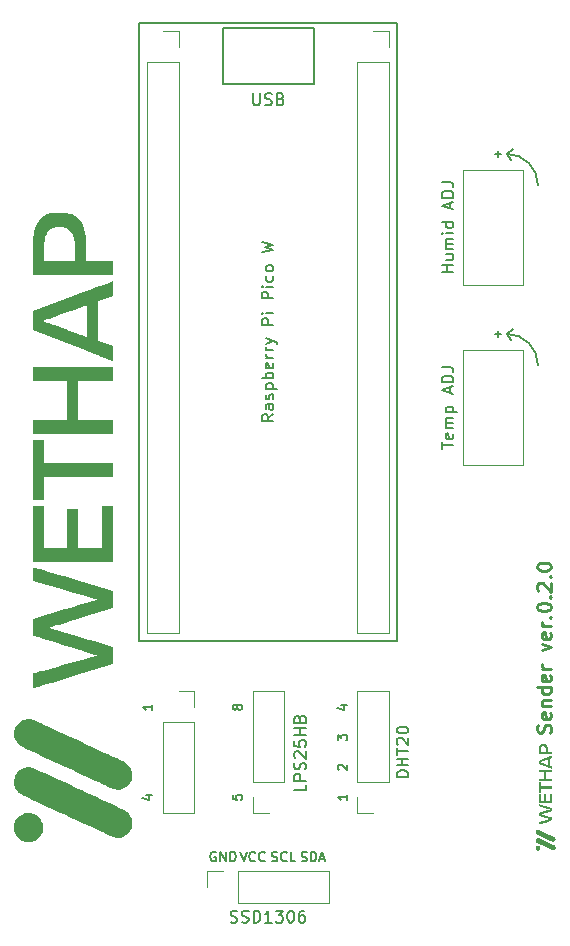
<source format=gbr>
%TF.GenerationSoftware,KiCad,Pcbnew,7.0.8*%
%TF.CreationDate,2023-10-25T17:55:18+09:00*%
%TF.ProjectId,WETHAP_PCB,57455448-4150-45f5-9043-422e6b696361,rev?*%
%TF.SameCoordinates,PX6d9c4d8PY8977a68*%
%TF.FileFunction,Legend,Top*%
%TF.FilePolarity,Positive*%
%FSLAX46Y46*%
G04 Gerber Fmt 4.6, Leading zero omitted, Abs format (unit mm)*
G04 Created by KiCad (PCBNEW 7.0.8) date 2023-10-25 17:55:18*
%MOMM*%
%LPD*%
G01*
G04 APERTURE LIST*
%ADD10C,0.150000*%
%ADD11C,0.240000*%
%ADD12C,0.120000*%
G04 APERTURE END LIST*
D10*
X20517295Y14795477D02*
X20517295Y14414525D01*
X20517295Y14414525D02*
X20898247Y14376429D01*
X20898247Y14376429D02*
X20860152Y14414525D01*
X20860152Y14414525D02*
X20822057Y14490715D01*
X20822057Y14490715D02*
X20822057Y14681191D01*
X20822057Y14681191D02*
X20860152Y14757382D01*
X20860152Y14757382D02*
X20898247Y14795477D01*
X20898247Y14795477D02*
X20974438Y14833572D01*
X20974438Y14833572D02*
X21164914Y14833572D01*
X21164914Y14833572D02*
X21241104Y14795477D01*
X21241104Y14795477D02*
X21279200Y14757382D01*
X21279200Y14757382D02*
X21317295Y14681191D01*
X21317295Y14681191D02*
X21317295Y14490715D01*
X21317295Y14490715D02*
X21279200Y14414525D01*
X21279200Y14414525D02*
X21241104Y14376429D01*
X13163961Y14757382D02*
X13697295Y14757382D01*
X12859200Y14566906D02*
X13430628Y14376429D01*
X13430628Y14376429D02*
X13430628Y14871668D01*
X19655000Y79690000D02*
X27395000Y79690000D01*
X27395000Y74970000D01*
X19655000Y74970000D01*
X19655000Y79690000D01*
X43180000Y53848000D02*
X42672000Y53848000D01*
X43688000Y69088000D02*
X44196000Y69469000D01*
X43688000Y53848000D02*
X44069000Y53340000D01*
X12573000Y80137000D02*
X34417000Y80137000D01*
X34417000Y27813000D01*
X12573000Y27813000D01*
X12573000Y80137000D01*
X42926000Y54102000D02*
X42926000Y53594000D01*
X43688000Y69088000D02*
X44069000Y68580000D01*
X46355000Y66421000D02*
G75*
G03*
X43688000Y69088000I-2667000J0D01*
G01*
X46355000Y51181000D02*
G75*
G03*
X43688000Y53848000I-2667000J0D01*
G01*
X42926000Y69342000D02*
X42926000Y68834000D01*
X43688000Y53848000D02*
X44196000Y54229000D01*
X43180000Y69088000D02*
X42672000Y69088000D01*
X39189819Y59079287D02*
X38189819Y59079287D01*
X38666009Y59079287D02*
X38666009Y59650715D01*
X39189819Y59650715D02*
X38189819Y59650715D01*
X38523152Y60555477D02*
X39189819Y60555477D01*
X38523152Y60126906D02*
X39046961Y60126906D01*
X39046961Y60126906D02*
X39142200Y60174525D01*
X39142200Y60174525D02*
X39189819Y60269763D01*
X39189819Y60269763D02*
X39189819Y60412620D01*
X39189819Y60412620D02*
X39142200Y60507858D01*
X39142200Y60507858D02*
X39094580Y60555477D01*
X39189819Y61031668D02*
X38523152Y61031668D01*
X38618390Y61031668D02*
X38570771Y61079287D01*
X38570771Y61079287D02*
X38523152Y61174525D01*
X38523152Y61174525D02*
X38523152Y61317382D01*
X38523152Y61317382D02*
X38570771Y61412620D01*
X38570771Y61412620D02*
X38666009Y61460239D01*
X38666009Y61460239D02*
X39189819Y61460239D01*
X38666009Y61460239D02*
X38570771Y61507858D01*
X38570771Y61507858D02*
X38523152Y61603096D01*
X38523152Y61603096D02*
X38523152Y61745953D01*
X38523152Y61745953D02*
X38570771Y61841192D01*
X38570771Y61841192D02*
X38666009Y61888811D01*
X38666009Y61888811D02*
X39189819Y61888811D01*
X39189819Y62365001D02*
X38523152Y62365001D01*
X38189819Y62365001D02*
X38237438Y62317382D01*
X38237438Y62317382D02*
X38285057Y62365001D01*
X38285057Y62365001D02*
X38237438Y62412620D01*
X38237438Y62412620D02*
X38189819Y62365001D01*
X38189819Y62365001D02*
X38285057Y62365001D01*
X39189819Y63269762D02*
X38189819Y63269762D01*
X39142200Y63269762D02*
X39189819Y63174524D01*
X39189819Y63174524D02*
X39189819Y62984048D01*
X39189819Y62984048D02*
X39142200Y62888810D01*
X39142200Y62888810D02*
X39094580Y62841191D01*
X39094580Y62841191D02*
X38999342Y62793572D01*
X38999342Y62793572D02*
X38713628Y62793572D01*
X38713628Y62793572D02*
X38618390Y62841191D01*
X38618390Y62841191D02*
X38570771Y62888810D01*
X38570771Y62888810D02*
X38523152Y62984048D01*
X38523152Y62984048D02*
X38523152Y63174524D01*
X38523152Y63174524D02*
X38570771Y63269762D01*
X38904104Y64460239D02*
X38904104Y64936429D01*
X39189819Y64365001D02*
X38189819Y64698334D01*
X38189819Y64698334D02*
X39189819Y65031667D01*
X39189819Y65365001D02*
X38189819Y65365001D01*
X38189819Y65365001D02*
X38189819Y65603096D01*
X38189819Y65603096D02*
X38237438Y65745953D01*
X38237438Y65745953D02*
X38332676Y65841191D01*
X38332676Y65841191D02*
X38427914Y65888810D01*
X38427914Y65888810D02*
X38618390Y65936429D01*
X38618390Y65936429D02*
X38761247Y65936429D01*
X38761247Y65936429D02*
X38951723Y65888810D01*
X38951723Y65888810D02*
X39046961Y65841191D01*
X39046961Y65841191D02*
X39142200Y65745953D01*
X39142200Y65745953D02*
X39189819Y65603096D01*
X39189819Y65603096D02*
X39189819Y65365001D01*
X38189819Y66650715D02*
X38904104Y66650715D01*
X38904104Y66650715D02*
X39046961Y66603096D01*
X39046961Y66603096D02*
X39142200Y66507858D01*
X39142200Y66507858D02*
X39189819Y66365001D01*
X39189819Y66365001D02*
X39189819Y66269763D01*
X30207295Y14833572D02*
X30207295Y14376429D01*
X30207295Y14605001D02*
X29407295Y14605001D01*
X29407295Y14605001D02*
X29521580Y14528810D01*
X29521580Y14528810D02*
X29597771Y14452620D01*
X29597771Y14452620D02*
X29635866Y14376429D01*
X20860152Y22148810D02*
X20822057Y22072620D01*
X20822057Y22072620D02*
X20783961Y22034525D01*
X20783961Y22034525D02*
X20707771Y21996429D01*
X20707771Y21996429D02*
X20669676Y21996429D01*
X20669676Y21996429D02*
X20593485Y22034525D01*
X20593485Y22034525D02*
X20555390Y22072620D01*
X20555390Y22072620D02*
X20517295Y22148810D01*
X20517295Y22148810D02*
X20517295Y22301191D01*
X20517295Y22301191D02*
X20555390Y22377382D01*
X20555390Y22377382D02*
X20593485Y22415477D01*
X20593485Y22415477D02*
X20669676Y22453572D01*
X20669676Y22453572D02*
X20707771Y22453572D01*
X20707771Y22453572D02*
X20783961Y22415477D01*
X20783961Y22415477D02*
X20822057Y22377382D01*
X20822057Y22377382D02*
X20860152Y22301191D01*
X20860152Y22301191D02*
X20860152Y22148810D01*
X20860152Y22148810D02*
X20898247Y22072620D01*
X20898247Y22072620D02*
X20936342Y22034525D01*
X20936342Y22034525D02*
X21012533Y21996429D01*
X21012533Y21996429D02*
X21164914Y21996429D01*
X21164914Y21996429D02*
X21241104Y22034525D01*
X21241104Y22034525D02*
X21279200Y22072620D01*
X21279200Y22072620D02*
X21317295Y22148810D01*
X21317295Y22148810D02*
X21317295Y22301191D01*
X21317295Y22301191D02*
X21279200Y22377382D01*
X21279200Y22377382D02*
X21241104Y22415477D01*
X21241104Y22415477D02*
X21164914Y22453572D01*
X21164914Y22453572D02*
X21012533Y22453572D01*
X21012533Y22453572D02*
X20936342Y22415477D01*
X20936342Y22415477D02*
X20898247Y22377382D01*
X20898247Y22377382D02*
X20860152Y22301191D01*
X21158333Y9962705D02*
X21425000Y9162705D01*
X21425000Y9162705D02*
X21691666Y9962705D01*
X22415476Y9238896D02*
X22377380Y9200800D01*
X22377380Y9200800D02*
X22263095Y9162705D01*
X22263095Y9162705D02*
X22186904Y9162705D01*
X22186904Y9162705D02*
X22072618Y9200800D01*
X22072618Y9200800D02*
X21996428Y9276991D01*
X21996428Y9276991D02*
X21958333Y9353181D01*
X21958333Y9353181D02*
X21920237Y9505562D01*
X21920237Y9505562D02*
X21920237Y9619848D01*
X21920237Y9619848D02*
X21958333Y9772229D01*
X21958333Y9772229D02*
X21996428Y9848420D01*
X21996428Y9848420D02*
X22072618Y9924610D01*
X22072618Y9924610D02*
X22186904Y9962705D01*
X22186904Y9962705D02*
X22263095Y9962705D01*
X22263095Y9962705D02*
X22377380Y9924610D01*
X22377380Y9924610D02*
X22415476Y9886515D01*
X23215476Y9238896D02*
X23177380Y9200800D01*
X23177380Y9200800D02*
X23063095Y9162705D01*
X23063095Y9162705D02*
X22986904Y9162705D01*
X22986904Y9162705D02*
X22872618Y9200800D01*
X22872618Y9200800D02*
X22796428Y9276991D01*
X22796428Y9276991D02*
X22758333Y9353181D01*
X22758333Y9353181D02*
X22720237Y9505562D01*
X22720237Y9505562D02*
X22720237Y9619848D01*
X22720237Y9619848D02*
X22758333Y9772229D01*
X22758333Y9772229D02*
X22796428Y9848420D01*
X22796428Y9848420D02*
X22872618Y9924610D01*
X22872618Y9924610D02*
X22986904Y9962705D01*
X22986904Y9962705D02*
X23063095Y9962705D01*
X23063095Y9962705D02*
X23177380Y9924610D01*
X23177380Y9924610D02*
X23215476Y9886515D01*
X20328333Y4037800D02*
X20471190Y3990181D01*
X20471190Y3990181D02*
X20709285Y3990181D01*
X20709285Y3990181D02*
X20804523Y4037800D01*
X20804523Y4037800D02*
X20852142Y4085420D01*
X20852142Y4085420D02*
X20899761Y4180658D01*
X20899761Y4180658D02*
X20899761Y4275896D01*
X20899761Y4275896D02*
X20852142Y4371134D01*
X20852142Y4371134D02*
X20804523Y4418753D01*
X20804523Y4418753D02*
X20709285Y4466372D01*
X20709285Y4466372D02*
X20518809Y4513991D01*
X20518809Y4513991D02*
X20423571Y4561610D01*
X20423571Y4561610D02*
X20375952Y4609229D01*
X20375952Y4609229D02*
X20328333Y4704467D01*
X20328333Y4704467D02*
X20328333Y4799705D01*
X20328333Y4799705D02*
X20375952Y4894943D01*
X20375952Y4894943D02*
X20423571Y4942562D01*
X20423571Y4942562D02*
X20518809Y4990181D01*
X20518809Y4990181D02*
X20756904Y4990181D01*
X20756904Y4990181D02*
X20899761Y4942562D01*
X21280714Y4037800D02*
X21423571Y3990181D01*
X21423571Y3990181D02*
X21661666Y3990181D01*
X21661666Y3990181D02*
X21756904Y4037800D01*
X21756904Y4037800D02*
X21804523Y4085420D01*
X21804523Y4085420D02*
X21852142Y4180658D01*
X21852142Y4180658D02*
X21852142Y4275896D01*
X21852142Y4275896D02*
X21804523Y4371134D01*
X21804523Y4371134D02*
X21756904Y4418753D01*
X21756904Y4418753D02*
X21661666Y4466372D01*
X21661666Y4466372D02*
X21471190Y4513991D01*
X21471190Y4513991D02*
X21375952Y4561610D01*
X21375952Y4561610D02*
X21328333Y4609229D01*
X21328333Y4609229D02*
X21280714Y4704467D01*
X21280714Y4704467D02*
X21280714Y4799705D01*
X21280714Y4799705D02*
X21328333Y4894943D01*
X21328333Y4894943D02*
X21375952Y4942562D01*
X21375952Y4942562D02*
X21471190Y4990181D01*
X21471190Y4990181D02*
X21709285Y4990181D01*
X21709285Y4990181D02*
X21852142Y4942562D01*
X22280714Y3990181D02*
X22280714Y4990181D01*
X22280714Y4990181D02*
X22518809Y4990181D01*
X22518809Y4990181D02*
X22661666Y4942562D01*
X22661666Y4942562D02*
X22756904Y4847324D01*
X22756904Y4847324D02*
X22804523Y4752086D01*
X22804523Y4752086D02*
X22852142Y4561610D01*
X22852142Y4561610D02*
X22852142Y4418753D01*
X22852142Y4418753D02*
X22804523Y4228277D01*
X22804523Y4228277D02*
X22756904Y4133039D01*
X22756904Y4133039D02*
X22661666Y4037800D01*
X22661666Y4037800D02*
X22518809Y3990181D01*
X22518809Y3990181D02*
X22280714Y3990181D01*
X23804523Y3990181D02*
X23233095Y3990181D01*
X23518809Y3990181D02*
X23518809Y4990181D01*
X23518809Y4990181D02*
X23423571Y4847324D01*
X23423571Y4847324D02*
X23328333Y4752086D01*
X23328333Y4752086D02*
X23233095Y4704467D01*
X24137857Y4990181D02*
X24756904Y4990181D01*
X24756904Y4990181D02*
X24423571Y4609229D01*
X24423571Y4609229D02*
X24566428Y4609229D01*
X24566428Y4609229D02*
X24661666Y4561610D01*
X24661666Y4561610D02*
X24709285Y4513991D01*
X24709285Y4513991D02*
X24756904Y4418753D01*
X24756904Y4418753D02*
X24756904Y4180658D01*
X24756904Y4180658D02*
X24709285Y4085420D01*
X24709285Y4085420D02*
X24661666Y4037800D01*
X24661666Y4037800D02*
X24566428Y3990181D01*
X24566428Y3990181D02*
X24280714Y3990181D01*
X24280714Y3990181D02*
X24185476Y4037800D01*
X24185476Y4037800D02*
X24137857Y4085420D01*
X25375952Y4990181D02*
X25471190Y4990181D01*
X25471190Y4990181D02*
X25566428Y4942562D01*
X25566428Y4942562D02*
X25614047Y4894943D01*
X25614047Y4894943D02*
X25661666Y4799705D01*
X25661666Y4799705D02*
X25709285Y4609229D01*
X25709285Y4609229D02*
X25709285Y4371134D01*
X25709285Y4371134D02*
X25661666Y4180658D01*
X25661666Y4180658D02*
X25614047Y4085420D01*
X25614047Y4085420D02*
X25566428Y4037800D01*
X25566428Y4037800D02*
X25471190Y3990181D01*
X25471190Y3990181D02*
X25375952Y3990181D01*
X25375952Y3990181D02*
X25280714Y4037800D01*
X25280714Y4037800D02*
X25233095Y4085420D01*
X25233095Y4085420D02*
X25185476Y4180658D01*
X25185476Y4180658D02*
X25137857Y4371134D01*
X25137857Y4371134D02*
X25137857Y4609229D01*
X25137857Y4609229D02*
X25185476Y4799705D01*
X25185476Y4799705D02*
X25233095Y4894943D01*
X25233095Y4894943D02*
X25280714Y4942562D01*
X25280714Y4942562D02*
X25375952Y4990181D01*
X26566428Y4990181D02*
X26375952Y4990181D01*
X26375952Y4990181D02*
X26280714Y4942562D01*
X26280714Y4942562D02*
X26233095Y4894943D01*
X26233095Y4894943D02*
X26137857Y4752086D01*
X26137857Y4752086D02*
X26090238Y4561610D01*
X26090238Y4561610D02*
X26090238Y4180658D01*
X26090238Y4180658D02*
X26137857Y4085420D01*
X26137857Y4085420D02*
X26185476Y4037800D01*
X26185476Y4037800D02*
X26280714Y3990181D01*
X26280714Y3990181D02*
X26471190Y3990181D01*
X26471190Y3990181D02*
X26566428Y4037800D01*
X26566428Y4037800D02*
X26614047Y4085420D01*
X26614047Y4085420D02*
X26661666Y4180658D01*
X26661666Y4180658D02*
X26661666Y4418753D01*
X26661666Y4418753D02*
X26614047Y4513991D01*
X26614047Y4513991D02*
X26566428Y4561610D01*
X26566428Y4561610D02*
X26471190Y4609229D01*
X26471190Y4609229D02*
X26280714Y4609229D01*
X26280714Y4609229D02*
X26185476Y4561610D01*
X26185476Y4561610D02*
X26137857Y4513991D01*
X26137857Y4513991D02*
X26090238Y4418753D01*
X29407295Y19418334D02*
X29407295Y19913572D01*
X29407295Y19913572D02*
X29712057Y19646906D01*
X29712057Y19646906D02*
X29712057Y19761191D01*
X29712057Y19761191D02*
X29750152Y19837382D01*
X29750152Y19837382D02*
X29788247Y19875477D01*
X29788247Y19875477D02*
X29864438Y19913572D01*
X29864438Y19913572D02*
X30054914Y19913572D01*
X30054914Y19913572D02*
X30131104Y19875477D01*
X30131104Y19875477D02*
X30169200Y19837382D01*
X30169200Y19837382D02*
X30207295Y19761191D01*
X30207295Y19761191D02*
X30207295Y19532620D01*
X30207295Y19532620D02*
X30169200Y19456429D01*
X30169200Y19456429D02*
X30131104Y19418334D01*
X29483485Y16916429D02*
X29445390Y16954525D01*
X29445390Y16954525D02*
X29407295Y17030715D01*
X29407295Y17030715D02*
X29407295Y17221191D01*
X29407295Y17221191D02*
X29445390Y17297382D01*
X29445390Y17297382D02*
X29483485Y17335477D01*
X29483485Y17335477D02*
X29559676Y17373572D01*
X29559676Y17373572D02*
X29635866Y17373572D01*
X29635866Y17373572D02*
X29750152Y17335477D01*
X29750152Y17335477D02*
X30207295Y16878334D01*
X30207295Y16878334D02*
X30207295Y17373572D01*
D11*
X47408520Y20071466D02*
X47465662Y20242894D01*
X47465662Y20242894D02*
X47465662Y20528609D01*
X47465662Y20528609D02*
X47408520Y20642894D01*
X47408520Y20642894D02*
X47351377Y20700037D01*
X47351377Y20700037D02*
X47237091Y20757180D01*
X47237091Y20757180D02*
X47122805Y20757180D01*
X47122805Y20757180D02*
X47008520Y20700037D01*
X47008520Y20700037D02*
X46951377Y20642894D01*
X46951377Y20642894D02*
X46894234Y20528609D01*
X46894234Y20528609D02*
X46837091Y20300037D01*
X46837091Y20300037D02*
X46779948Y20185752D01*
X46779948Y20185752D02*
X46722805Y20128609D01*
X46722805Y20128609D02*
X46608520Y20071466D01*
X46608520Y20071466D02*
X46494234Y20071466D01*
X46494234Y20071466D02*
X46379948Y20128609D01*
X46379948Y20128609D02*
X46322805Y20185752D01*
X46322805Y20185752D02*
X46265662Y20300037D01*
X46265662Y20300037D02*
X46265662Y20585752D01*
X46265662Y20585752D02*
X46322805Y20757180D01*
X47408520Y21728609D02*
X47465662Y21614323D01*
X47465662Y21614323D02*
X47465662Y21385751D01*
X47465662Y21385751D02*
X47408520Y21271466D01*
X47408520Y21271466D02*
X47294234Y21214323D01*
X47294234Y21214323D02*
X46837091Y21214323D01*
X46837091Y21214323D02*
X46722805Y21271466D01*
X46722805Y21271466D02*
X46665662Y21385751D01*
X46665662Y21385751D02*
X46665662Y21614323D01*
X46665662Y21614323D02*
X46722805Y21728609D01*
X46722805Y21728609D02*
X46837091Y21785751D01*
X46837091Y21785751D02*
X46951377Y21785751D01*
X46951377Y21785751D02*
X47065662Y21214323D01*
X46665662Y22300037D02*
X47465662Y22300037D01*
X46779948Y22300037D02*
X46722805Y22357180D01*
X46722805Y22357180D02*
X46665662Y22471465D01*
X46665662Y22471465D02*
X46665662Y22642894D01*
X46665662Y22642894D02*
X46722805Y22757180D01*
X46722805Y22757180D02*
X46837091Y22814322D01*
X46837091Y22814322D02*
X47465662Y22814322D01*
X47465662Y23900036D02*
X46265662Y23900036D01*
X47408520Y23900036D02*
X47465662Y23785751D01*
X47465662Y23785751D02*
X47465662Y23557179D01*
X47465662Y23557179D02*
X47408520Y23442894D01*
X47408520Y23442894D02*
X47351377Y23385751D01*
X47351377Y23385751D02*
X47237091Y23328608D01*
X47237091Y23328608D02*
X46894234Y23328608D01*
X46894234Y23328608D02*
X46779948Y23385751D01*
X46779948Y23385751D02*
X46722805Y23442894D01*
X46722805Y23442894D02*
X46665662Y23557179D01*
X46665662Y23557179D02*
X46665662Y23785751D01*
X46665662Y23785751D02*
X46722805Y23900036D01*
X47408520Y24928608D02*
X47465662Y24814322D01*
X47465662Y24814322D02*
X47465662Y24585750D01*
X47465662Y24585750D02*
X47408520Y24471465D01*
X47408520Y24471465D02*
X47294234Y24414322D01*
X47294234Y24414322D02*
X46837091Y24414322D01*
X46837091Y24414322D02*
X46722805Y24471465D01*
X46722805Y24471465D02*
X46665662Y24585750D01*
X46665662Y24585750D02*
X46665662Y24814322D01*
X46665662Y24814322D02*
X46722805Y24928608D01*
X46722805Y24928608D02*
X46837091Y24985750D01*
X46837091Y24985750D02*
X46951377Y24985750D01*
X46951377Y24985750D02*
X47065662Y24414322D01*
X47465662Y25500036D02*
X46665662Y25500036D01*
X46894234Y25500036D02*
X46779948Y25557179D01*
X46779948Y25557179D02*
X46722805Y25614321D01*
X46722805Y25614321D02*
X46665662Y25728607D01*
X46665662Y25728607D02*
X46665662Y25842893D01*
X46665662Y27042893D02*
X47465662Y27328607D01*
X47465662Y27328607D02*
X46665662Y27614322D01*
X47408520Y28528608D02*
X47465662Y28414322D01*
X47465662Y28414322D02*
X47465662Y28185750D01*
X47465662Y28185750D02*
X47408520Y28071465D01*
X47408520Y28071465D02*
X47294234Y28014322D01*
X47294234Y28014322D02*
X46837091Y28014322D01*
X46837091Y28014322D02*
X46722805Y28071465D01*
X46722805Y28071465D02*
X46665662Y28185750D01*
X46665662Y28185750D02*
X46665662Y28414322D01*
X46665662Y28414322D02*
X46722805Y28528608D01*
X46722805Y28528608D02*
X46837091Y28585750D01*
X46837091Y28585750D02*
X46951377Y28585750D01*
X46951377Y28585750D02*
X47065662Y28014322D01*
X47465662Y29100036D02*
X46665662Y29100036D01*
X46894234Y29100036D02*
X46779948Y29157179D01*
X46779948Y29157179D02*
X46722805Y29214321D01*
X46722805Y29214321D02*
X46665662Y29328607D01*
X46665662Y29328607D02*
X46665662Y29442893D01*
X47351377Y29842893D02*
X47408520Y29900036D01*
X47408520Y29900036D02*
X47465662Y29842893D01*
X47465662Y29842893D02*
X47408520Y29785750D01*
X47408520Y29785750D02*
X47351377Y29842893D01*
X47351377Y29842893D02*
X47465662Y29842893D01*
X46265662Y30642893D02*
X46265662Y30757179D01*
X46265662Y30757179D02*
X46322805Y30871465D01*
X46322805Y30871465D02*
X46379948Y30928607D01*
X46379948Y30928607D02*
X46494234Y30985750D01*
X46494234Y30985750D02*
X46722805Y31042893D01*
X46722805Y31042893D02*
X47008520Y31042893D01*
X47008520Y31042893D02*
X47237091Y30985750D01*
X47237091Y30985750D02*
X47351377Y30928607D01*
X47351377Y30928607D02*
X47408520Y30871465D01*
X47408520Y30871465D02*
X47465662Y30757179D01*
X47465662Y30757179D02*
X47465662Y30642893D01*
X47465662Y30642893D02*
X47408520Y30528607D01*
X47408520Y30528607D02*
X47351377Y30471465D01*
X47351377Y30471465D02*
X47237091Y30414322D01*
X47237091Y30414322D02*
X47008520Y30357179D01*
X47008520Y30357179D02*
X46722805Y30357179D01*
X46722805Y30357179D02*
X46494234Y30414322D01*
X46494234Y30414322D02*
X46379948Y30471465D01*
X46379948Y30471465D02*
X46322805Y30528607D01*
X46322805Y30528607D02*
X46265662Y30642893D01*
X47351377Y31557179D02*
X47408520Y31614322D01*
X47408520Y31614322D02*
X47465662Y31557179D01*
X47465662Y31557179D02*
X47408520Y31500036D01*
X47408520Y31500036D02*
X47351377Y31557179D01*
X47351377Y31557179D02*
X47465662Y31557179D01*
X46379948Y32071465D02*
X46322805Y32128608D01*
X46322805Y32128608D02*
X46265662Y32242893D01*
X46265662Y32242893D02*
X46265662Y32528608D01*
X46265662Y32528608D02*
X46322805Y32642893D01*
X46322805Y32642893D02*
X46379948Y32700036D01*
X46379948Y32700036D02*
X46494234Y32757179D01*
X46494234Y32757179D02*
X46608520Y32757179D01*
X46608520Y32757179D02*
X46779948Y32700036D01*
X46779948Y32700036D02*
X47465662Y32014322D01*
X47465662Y32014322D02*
X47465662Y32757179D01*
X47351377Y33271465D02*
X47408520Y33328608D01*
X47408520Y33328608D02*
X47465662Y33271465D01*
X47465662Y33271465D02*
X47408520Y33214322D01*
X47408520Y33214322D02*
X47351377Y33271465D01*
X47351377Y33271465D02*
X47465662Y33271465D01*
X46265662Y34071465D02*
X46265662Y34185751D01*
X46265662Y34185751D02*
X46322805Y34300037D01*
X46322805Y34300037D02*
X46379948Y34357179D01*
X46379948Y34357179D02*
X46494234Y34414322D01*
X46494234Y34414322D02*
X46722805Y34471465D01*
X46722805Y34471465D02*
X47008520Y34471465D01*
X47008520Y34471465D02*
X47237091Y34414322D01*
X47237091Y34414322D02*
X47351377Y34357179D01*
X47351377Y34357179D02*
X47408520Y34300037D01*
X47408520Y34300037D02*
X47465662Y34185751D01*
X47465662Y34185751D02*
X47465662Y34071465D01*
X47465662Y34071465D02*
X47408520Y33957179D01*
X47408520Y33957179D02*
X47351377Y33900037D01*
X47351377Y33900037D02*
X47237091Y33842894D01*
X47237091Y33842894D02*
X47008520Y33785751D01*
X47008520Y33785751D02*
X46722805Y33785751D01*
X46722805Y33785751D02*
X46494234Y33842894D01*
X46494234Y33842894D02*
X46379948Y33900037D01*
X46379948Y33900037D02*
X46322805Y33957179D01*
X46322805Y33957179D02*
X46265662Y34071465D01*
D10*
X38189819Y44101191D02*
X38189819Y44672619D01*
X39189819Y44386905D02*
X38189819Y44386905D01*
X39142200Y45386905D02*
X39189819Y45291667D01*
X39189819Y45291667D02*
X39189819Y45101191D01*
X39189819Y45101191D02*
X39142200Y45005953D01*
X39142200Y45005953D02*
X39046961Y44958334D01*
X39046961Y44958334D02*
X38666009Y44958334D01*
X38666009Y44958334D02*
X38570771Y45005953D01*
X38570771Y45005953D02*
X38523152Y45101191D01*
X38523152Y45101191D02*
X38523152Y45291667D01*
X38523152Y45291667D02*
X38570771Y45386905D01*
X38570771Y45386905D02*
X38666009Y45434524D01*
X38666009Y45434524D02*
X38761247Y45434524D01*
X38761247Y45434524D02*
X38856485Y44958334D01*
X39189819Y45863096D02*
X38523152Y45863096D01*
X38618390Y45863096D02*
X38570771Y45910715D01*
X38570771Y45910715D02*
X38523152Y46005953D01*
X38523152Y46005953D02*
X38523152Y46148810D01*
X38523152Y46148810D02*
X38570771Y46244048D01*
X38570771Y46244048D02*
X38666009Y46291667D01*
X38666009Y46291667D02*
X39189819Y46291667D01*
X38666009Y46291667D02*
X38570771Y46339286D01*
X38570771Y46339286D02*
X38523152Y46434524D01*
X38523152Y46434524D02*
X38523152Y46577381D01*
X38523152Y46577381D02*
X38570771Y46672620D01*
X38570771Y46672620D02*
X38666009Y46720239D01*
X38666009Y46720239D02*
X39189819Y46720239D01*
X38523152Y47196429D02*
X39523152Y47196429D01*
X38570771Y47196429D02*
X38523152Y47291667D01*
X38523152Y47291667D02*
X38523152Y47482143D01*
X38523152Y47482143D02*
X38570771Y47577381D01*
X38570771Y47577381D02*
X38618390Y47625000D01*
X38618390Y47625000D02*
X38713628Y47672619D01*
X38713628Y47672619D02*
X38999342Y47672619D01*
X38999342Y47672619D02*
X39094580Y47625000D01*
X39094580Y47625000D02*
X39142200Y47577381D01*
X39142200Y47577381D02*
X39189819Y47482143D01*
X39189819Y47482143D02*
X39189819Y47291667D01*
X39189819Y47291667D02*
X39142200Y47196429D01*
X38904104Y48815477D02*
X38904104Y49291667D01*
X39189819Y48720239D02*
X38189819Y49053572D01*
X38189819Y49053572D02*
X39189819Y49386905D01*
X39189819Y49720239D02*
X38189819Y49720239D01*
X38189819Y49720239D02*
X38189819Y49958334D01*
X38189819Y49958334D02*
X38237438Y50101191D01*
X38237438Y50101191D02*
X38332676Y50196429D01*
X38332676Y50196429D02*
X38427914Y50244048D01*
X38427914Y50244048D02*
X38618390Y50291667D01*
X38618390Y50291667D02*
X38761247Y50291667D01*
X38761247Y50291667D02*
X38951723Y50244048D01*
X38951723Y50244048D02*
X39046961Y50196429D01*
X39046961Y50196429D02*
X39142200Y50101191D01*
X39142200Y50101191D02*
X39189819Y49958334D01*
X39189819Y49958334D02*
X39189819Y49720239D01*
X38189819Y51005953D02*
X38904104Y51005953D01*
X38904104Y51005953D02*
X39046961Y50958334D01*
X39046961Y50958334D02*
X39142200Y50863096D01*
X39142200Y50863096D02*
X39189819Y50720239D01*
X39189819Y50720239D02*
X39189819Y50625001D01*
X35379819Y16295953D02*
X34379819Y16295953D01*
X34379819Y16295953D02*
X34379819Y16534048D01*
X34379819Y16534048D02*
X34427438Y16676905D01*
X34427438Y16676905D02*
X34522676Y16772143D01*
X34522676Y16772143D02*
X34617914Y16819762D01*
X34617914Y16819762D02*
X34808390Y16867381D01*
X34808390Y16867381D02*
X34951247Y16867381D01*
X34951247Y16867381D02*
X35141723Y16819762D01*
X35141723Y16819762D02*
X35236961Y16772143D01*
X35236961Y16772143D02*
X35332200Y16676905D01*
X35332200Y16676905D02*
X35379819Y16534048D01*
X35379819Y16534048D02*
X35379819Y16295953D01*
X35379819Y17295953D02*
X34379819Y17295953D01*
X34856009Y17295953D02*
X34856009Y17867381D01*
X35379819Y17867381D02*
X34379819Y17867381D01*
X34379819Y18200715D02*
X34379819Y18772143D01*
X35379819Y18486429D02*
X34379819Y18486429D01*
X34475057Y19057858D02*
X34427438Y19105477D01*
X34427438Y19105477D02*
X34379819Y19200715D01*
X34379819Y19200715D02*
X34379819Y19438810D01*
X34379819Y19438810D02*
X34427438Y19534048D01*
X34427438Y19534048D02*
X34475057Y19581667D01*
X34475057Y19581667D02*
X34570295Y19629286D01*
X34570295Y19629286D02*
X34665533Y19629286D01*
X34665533Y19629286D02*
X34808390Y19581667D01*
X34808390Y19581667D02*
X35379819Y19010239D01*
X35379819Y19010239D02*
X35379819Y19629286D01*
X34379819Y20248334D02*
X34379819Y20343572D01*
X34379819Y20343572D02*
X34427438Y20438810D01*
X34427438Y20438810D02*
X34475057Y20486429D01*
X34475057Y20486429D02*
X34570295Y20534048D01*
X34570295Y20534048D02*
X34760771Y20581667D01*
X34760771Y20581667D02*
X34998866Y20581667D01*
X34998866Y20581667D02*
X35189342Y20534048D01*
X35189342Y20534048D02*
X35284580Y20486429D01*
X35284580Y20486429D02*
X35332200Y20438810D01*
X35332200Y20438810D02*
X35379819Y20343572D01*
X35379819Y20343572D02*
X35379819Y20248334D01*
X35379819Y20248334D02*
X35332200Y20153096D01*
X35332200Y20153096D02*
X35284580Y20105477D01*
X35284580Y20105477D02*
X35189342Y20057858D01*
X35189342Y20057858D02*
X34998866Y20010239D01*
X34998866Y20010239D02*
X34760771Y20010239D01*
X34760771Y20010239D02*
X34570295Y20057858D01*
X34570295Y20057858D02*
X34475057Y20105477D01*
X34475057Y20105477D02*
X34427438Y20153096D01*
X34427438Y20153096D02*
X34379819Y20248334D01*
X22233095Y74205181D02*
X22233095Y73395658D01*
X22233095Y73395658D02*
X22280714Y73300420D01*
X22280714Y73300420D02*
X22328333Y73252800D01*
X22328333Y73252800D02*
X22423571Y73205181D01*
X22423571Y73205181D02*
X22614047Y73205181D01*
X22614047Y73205181D02*
X22709285Y73252800D01*
X22709285Y73252800D02*
X22756904Y73300420D01*
X22756904Y73300420D02*
X22804523Y73395658D01*
X22804523Y73395658D02*
X22804523Y74205181D01*
X23233095Y73252800D02*
X23375952Y73205181D01*
X23375952Y73205181D02*
X23614047Y73205181D01*
X23614047Y73205181D02*
X23709285Y73252800D01*
X23709285Y73252800D02*
X23756904Y73300420D01*
X23756904Y73300420D02*
X23804523Y73395658D01*
X23804523Y73395658D02*
X23804523Y73490896D01*
X23804523Y73490896D02*
X23756904Y73586134D01*
X23756904Y73586134D02*
X23709285Y73633753D01*
X23709285Y73633753D02*
X23614047Y73681372D01*
X23614047Y73681372D02*
X23423571Y73728991D01*
X23423571Y73728991D02*
X23328333Y73776610D01*
X23328333Y73776610D02*
X23280714Y73824229D01*
X23280714Y73824229D02*
X23233095Y73919467D01*
X23233095Y73919467D02*
X23233095Y74014705D01*
X23233095Y74014705D02*
X23280714Y74109943D01*
X23280714Y74109943D02*
X23328333Y74157562D01*
X23328333Y74157562D02*
X23423571Y74205181D01*
X23423571Y74205181D02*
X23661666Y74205181D01*
X23661666Y74205181D02*
X23804523Y74157562D01*
X24566428Y73728991D02*
X24709285Y73681372D01*
X24709285Y73681372D02*
X24756904Y73633753D01*
X24756904Y73633753D02*
X24804523Y73538515D01*
X24804523Y73538515D02*
X24804523Y73395658D01*
X24804523Y73395658D02*
X24756904Y73300420D01*
X24756904Y73300420D02*
X24709285Y73252800D01*
X24709285Y73252800D02*
X24614047Y73205181D01*
X24614047Y73205181D02*
X24233095Y73205181D01*
X24233095Y73205181D02*
X24233095Y74205181D01*
X24233095Y74205181D02*
X24566428Y74205181D01*
X24566428Y74205181D02*
X24661666Y74157562D01*
X24661666Y74157562D02*
X24709285Y74109943D01*
X24709285Y74109943D02*
X24756904Y74014705D01*
X24756904Y74014705D02*
X24756904Y73919467D01*
X24756904Y73919467D02*
X24709285Y73824229D01*
X24709285Y73824229D02*
X24661666Y73776610D01*
X24661666Y73776610D02*
X24566428Y73728991D01*
X24566428Y73728991D02*
X24233095Y73728991D01*
X13697295Y22453572D02*
X13697295Y21996429D01*
X13697295Y22225001D02*
X12897295Y22225001D01*
X12897295Y22225001D02*
X13011580Y22148810D01*
X13011580Y22148810D02*
X13087771Y22072620D01*
X13087771Y22072620D02*
X13125866Y21996429D01*
X26714526Y15679733D02*
X26714526Y15203543D01*
X26714526Y15203543D02*
X25714526Y15203543D01*
X26714526Y16013067D02*
X25714526Y16013067D01*
X25714526Y16013067D02*
X25714526Y16394019D01*
X25714526Y16394019D02*
X25762145Y16489257D01*
X25762145Y16489257D02*
X25809764Y16536876D01*
X25809764Y16536876D02*
X25905002Y16584495D01*
X25905002Y16584495D02*
X26047859Y16584495D01*
X26047859Y16584495D02*
X26143097Y16536876D01*
X26143097Y16536876D02*
X26190716Y16489257D01*
X26190716Y16489257D02*
X26238335Y16394019D01*
X26238335Y16394019D02*
X26238335Y16013067D01*
X26666907Y16965448D02*
X26714526Y17108305D01*
X26714526Y17108305D02*
X26714526Y17346400D01*
X26714526Y17346400D02*
X26666907Y17441638D01*
X26666907Y17441638D02*
X26619287Y17489257D01*
X26619287Y17489257D02*
X26524049Y17536876D01*
X26524049Y17536876D02*
X26428811Y17536876D01*
X26428811Y17536876D02*
X26333573Y17489257D01*
X26333573Y17489257D02*
X26285954Y17441638D01*
X26285954Y17441638D02*
X26238335Y17346400D01*
X26238335Y17346400D02*
X26190716Y17155924D01*
X26190716Y17155924D02*
X26143097Y17060686D01*
X26143097Y17060686D02*
X26095478Y17013067D01*
X26095478Y17013067D02*
X26000240Y16965448D01*
X26000240Y16965448D02*
X25905002Y16965448D01*
X25905002Y16965448D02*
X25809764Y17013067D01*
X25809764Y17013067D02*
X25762145Y17060686D01*
X25762145Y17060686D02*
X25714526Y17155924D01*
X25714526Y17155924D02*
X25714526Y17394019D01*
X25714526Y17394019D02*
X25762145Y17536876D01*
X25809764Y17917829D02*
X25762145Y17965448D01*
X25762145Y17965448D02*
X25714526Y18060686D01*
X25714526Y18060686D02*
X25714526Y18298781D01*
X25714526Y18298781D02*
X25762145Y18394019D01*
X25762145Y18394019D02*
X25809764Y18441638D01*
X25809764Y18441638D02*
X25905002Y18489257D01*
X25905002Y18489257D02*
X26000240Y18489257D01*
X26000240Y18489257D02*
X26143097Y18441638D01*
X26143097Y18441638D02*
X26714526Y17870210D01*
X26714526Y17870210D02*
X26714526Y18489257D01*
X25714526Y19394019D02*
X25714526Y18917829D01*
X25714526Y18917829D02*
X26190716Y18870210D01*
X26190716Y18870210D02*
X26143097Y18917829D01*
X26143097Y18917829D02*
X26095478Y19013067D01*
X26095478Y19013067D02*
X26095478Y19251162D01*
X26095478Y19251162D02*
X26143097Y19346400D01*
X26143097Y19346400D02*
X26190716Y19394019D01*
X26190716Y19394019D02*
X26285954Y19441638D01*
X26285954Y19441638D02*
X26524049Y19441638D01*
X26524049Y19441638D02*
X26619287Y19394019D01*
X26619287Y19394019D02*
X26666907Y19346400D01*
X26666907Y19346400D02*
X26714526Y19251162D01*
X26714526Y19251162D02*
X26714526Y19013067D01*
X26714526Y19013067D02*
X26666907Y18917829D01*
X26666907Y18917829D02*
X26619287Y18870210D01*
X26714526Y19870210D02*
X25714526Y19870210D01*
X26190716Y19870210D02*
X26190716Y20441638D01*
X26714526Y20441638D02*
X25714526Y20441638D01*
X26190716Y21251162D02*
X26238335Y21394019D01*
X26238335Y21394019D02*
X26285954Y21441638D01*
X26285954Y21441638D02*
X26381192Y21489257D01*
X26381192Y21489257D02*
X26524049Y21489257D01*
X26524049Y21489257D02*
X26619287Y21441638D01*
X26619287Y21441638D02*
X26666907Y21394019D01*
X26666907Y21394019D02*
X26714526Y21298781D01*
X26714526Y21298781D02*
X26714526Y20917829D01*
X26714526Y20917829D02*
X25714526Y20917829D01*
X25714526Y20917829D02*
X25714526Y21251162D01*
X25714526Y21251162D02*
X25762145Y21346400D01*
X25762145Y21346400D02*
X25809764Y21394019D01*
X25809764Y21394019D02*
X25905002Y21441638D01*
X25905002Y21441638D02*
X26000240Y21441638D01*
X26000240Y21441638D02*
X26095478Y21394019D01*
X26095478Y21394019D02*
X26143097Y21346400D01*
X26143097Y21346400D02*
X26190716Y21251162D01*
X26190716Y21251162D02*
X26190716Y20917829D01*
X29673961Y22377382D02*
X30207295Y22377382D01*
X29369200Y22186906D02*
X29940628Y21996429D01*
X29940628Y21996429D02*
X29940628Y22491668D01*
X23812618Y9200800D02*
X23926904Y9162705D01*
X23926904Y9162705D02*
X24117380Y9162705D01*
X24117380Y9162705D02*
X24193571Y9200800D01*
X24193571Y9200800D02*
X24231666Y9238896D01*
X24231666Y9238896D02*
X24269761Y9315086D01*
X24269761Y9315086D02*
X24269761Y9391277D01*
X24269761Y9391277D02*
X24231666Y9467467D01*
X24231666Y9467467D02*
X24193571Y9505562D01*
X24193571Y9505562D02*
X24117380Y9543658D01*
X24117380Y9543658D02*
X23964999Y9581753D01*
X23964999Y9581753D02*
X23888809Y9619848D01*
X23888809Y9619848D02*
X23850714Y9657943D01*
X23850714Y9657943D02*
X23812618Y9734134D01*
X23812618Y9734134D02*
X23812618Y9810324D01*
X23812618Y9810324D02*
X23850714Y9886515D01*
X23850714Y9886515D02*
X23888809Y9924610D01*
X23888809Y9924610D02*
X23964999Y9962705D01*
X23964999Y9962705D02*
X24155476Y9962705D01*
X24155476Y9962705D02*
X24269761Y9924610D01*
X25069762Y9238896D02*
X25031666Y9200800D01*
X25031666Y9200800D02*
X24917381Y9162705D01*
X24917381Y9162705D02*
X24841190Y9162705D01*
X24841190Y9162705D02*
X24726904Y9200800D01*
X24726904Y9200800D02*
X24650714Y9276991D01*
X24650714Y9276991D02*
X24612619Y9353181D01*
X24612619Y9353181D02*
X24574523Y9505562D01*
X24574523Y9505562D02*
X24574523Y9619848D01*
X24574523Y9619848D02*
X24612619Y9772229D01*
X24612619Y9772229D02*
X24650714Y9848420D01*
X24650714Y9848420D02*
X24726904Y9924610D01*
X24726904Y9924610D02*
X24841190Y9962705D01*
X24841190Y9962705D02*
X24917381Y9962705D01*
X24917381Y9962705D02*
X25031666Y9924610D01*
X25031666Y9924610D02*
X25069762Y9886515D01*
X25793571Y9162705D02*
X25412619Y9162705D01*
X25412619Y9162705D02*
X25412619Y9962705D01*
X23949819Y47022619D02*
X23473628Y46689286D01*
X23949819Y46451191D02*
X22949819Y46451191D01*
X22949819Y46451191D02*
X22949819Y46832143D01*
X22949819Y46832143D02*
X22997438Y46927381D01*
X22997438Y46927381D02*
X23045057Y46975000D01*
X23045057Y46975000D02*
X23140295Y47022619D01*
X23140295Y47022619D02*
X23283152Y47022619D01*
X23283152Y47022619D02*
X23378390Y46975000D01*
X23378390Y46975000D02*
X23426009Y46927381D01*
X23426009Y46927381D02*
X23473628Y46832143D01*
X23473628Y46832143D02*
X23473628Y46451191D01*
X23949819Y47879762D02*
X23426009Y47879762D01*
X23426009Y47879762D02*
X23330771Y47832143D01*
X23330771Y47832143D02*
X23283152Y47736905D01*
X23283152Y47736905D02*
X23283152Y47546429D01*
X23283152Y47546429D02*
X23330771Y47451191D01*
X23902200Y47879762D02*
X23949819Y47784524D01*
X23949819Y47784524D02*
X23949819Y47546429D01*
X23949819Y47546429D02*
X23902200Y47451191D01*
X23902200Y47451191D02*
X23806961Y47403572D01*
X23806961Y47403572D02*
X23711723Y47403572D01*
X23711723Y47403572D02*
X23616485Y47451191D01*
X23616485Y47451191D02*
X23568866Y47546429D01*
X23568866Y47546429D02*
X23568866Y47784524D01*
X23568866Y47784524D02*
X23521247Y47879762D01*
X23902200Y48308334D02*
X23949819Y48403572D01*
X23949819Y48403572D02*
X23949819Y48594048D01*
X23949819Y48594048D02*
X23902200Y48689286D01*
X23902200Y48689286D02*
X23806961Y48736905D01*
X23806961Y48736905D02*
X23759342Y48736905D01*
X23759342Y48736905D02*
X23664104Y48689286D01*
X23664104Y48689286D02*
X23616485Y48594048D01*
X23616485Y48594048D02*
X23616485Y48451191D01*
X23616485Y48451191D02*
X23568866Y48355953D01*
X23568866Y48355953D02*
X23473628Y48308334D01*
X23473628Y48308334D02*
X23426009Y48308334D01*
X23426009Y48308334D02*
X23330771Y48355953D01*
X23330771Y48355953D02*
X23283152Y48451191D01*
X23283152Y48451191D02*
X23283152Y48594048D01*
X23283152Y48594048D02*
X23330771Y48689286D01*
X23283152Y49165477D02*
X24283152Y49165477D01*
X23330771Y49165477D02*
X23283152Y49260715D01*
X23283152Y49260715D02*
X23283152Y49451191D01*
X23283152Y49451191D02*
X23330771Y49546429D01*
X23330771Y49546429D02*
X23378390Y49594048D01*
X23378390Y49594048D02*
X23473628Y49641667D01*
X23473628Y49641667D02*
X23759342Y49641667D01*
X23759342Y49641667D02*
X23854580Y49594048D01*
X23854580Y49594048D02*
X23902200Y49546429D01*
X23902200Y49546429D02*
X23949819Y49451191D01*
X23949819Y49451191D02*
X23949819Y49260715D01*
X23949819Y49260715D02*
X23902200Y49165477D01*
X23949819Y50070239D02*
X22949819Y50070239D01*
X23330771Y50070239D02*
X23283152Y50165477D01*
X23283152Y50165477D02*
X23283152Y50355953D01*
X23283152Y50355953D02*
X23330771Y50451191D01*
X23330771Y50451191D02*
X23378390Y50498810D01*
X23378390Y50498810D02*
X23473628Y50546429D01*
X23473628Y50546429D02*
X23759342Y50546429D01*
X23759342Y50546429D02*
X23854580Y50498810D01*
X23854580Y50498810D02*
X23902200Y50451191D01*
X23902200Y50451191D02*
X23949819Y50355953D01*
X23949819Y50355953D02*
X23949819Y50165477D01*
X23949819Y50165477D02*
X23902200Y50070239D01*
X23902200Y51355953D02*
X23949819Y51260715D01*
X23949819Y51260715D02*
X23949819Y51070239D01*
X23949819Y51070239D02*
X23902200Y50975001D01*
X23902200Y50975001D02*
X23806961Y50927382D01*
X23806961Y50927382D02*
X23426009Y50927382D01*
X23426009Y50927382D02*
X23330771Y50975001D01*
X23330771Y50975001D02*
X23283152Y51070239D01*
X23283152Y51070239D02*
X23283152Y51260715D01*
X23283152Y51260715D02*
X23330771Y51355953D01*
X23330771Y51355953D02*
X23426009Y51403572D01*
X23426009Y51403572D02*
X23521247Y51403572D01*
X23521247Y51403572D02*
X23616485Y50927382D01*
X23949819Y51832144D02*
X23283152Y51832144D01*
X23473628Y51832144D02*
X23378390Y51879763D01*
X23378390Y51879763D02*
X23330771Y51927382D01*
X23330771Y51927382D02*
X23283152Y52022620D01*
X23283152Y52022620D02*
X23283152Y52117858D01*
X23949819Y52451192D02*
X23283152Y52451192D01*
X23473628Y52451192D02*
X23378390Y52498811D01*
X23378390Y52498811D02*
X23330771Y52546430D01*
X23330771Y52546430D02*
X23283152Y52641668D01*
X23283152Y52641668D02*
X23283152Y52736906D01*
X23283152Y52975002D02*
X23949819Y53213097D01*
X23283152Y53451192D02*
X23949819Y53213097D01*
X23949819Y53213097D02*
X24187914Y53117859D01*
X24187914Y53117859D02*
X24235533Y53070240D01*
X24235533Y53070240D02*
X24283152Y52975002D01*
X23949819Y54594050D02*
X22949819Y54594050D01*
X22949819Y54594050D02*
X22949819Y54975002D01*
X22949819Y54975002D02*
X22997438Y55070240D01*
X22997438Y55070240D02*
X23045057Y55117859D01*
X23045057Y55117859D02*
X23140295Y55165478D01*
X23140295Y55165478D02*
X23283152Y55165478D01*
X23283152Y55165478D02*
X23378390Y55117859D01*
X23378390Y55117859D02*
X23426009Y55070240D01*
X23426009Y55070240D02*
X23473628Y54975002D01*
X23473628Y54975002D02*
X23473628Y54594050D01*
X23949819Y55594050D02*
X23283152Y55594050D01*
X22949819Y55594050D02*
X22997438Y55546431D01*
X22997438Y55546431D02*
X23045057Y55594050D01*
X23045057Y55594050D02*
X22997438Y55641669D01*
X22997438Y55641669D02*
X22949819Y55594050D01*
X22949819Y55594050D02*
X23045057Y55594050D01*
X23949819Y56832145D02*
X22949819Y56832145D01*
X22949819Y56832145D02*
X22949819Y57213097D01*
X22949819Y57213097D02*
X22997438Y57308335D01*
X22997438Y57308335D02*
X23045057Y57355954D01*
X23045057Y57355954D02*
X23140295Y57403573D01*
X23140295Y57403573D02*
X23283152Y57403573D01*
X23283152Y57403573D02*
X23378390Y57355954D01*
X23378390Y57355954D02*
X23426009Y57308335D01*
X23426009Y57308335D02*
X23473628Y57213097D01*
X23473628Y57213097D02*
X23473628Y56832145D01*
X23949819Y57832145D02*
X23283152Y57832145D01*
X22949819Y57832145D02*
X22997438Y57784526D01*
X22997438Y57784526D02*
X23045057Y57832145D01*
X23045057Y57832145D02*
X22997438Y57879764D01*
X22997438Y57879764D02*
X22949819Y57832145D01*
X22949819Y57832145D02*
X23045057Y57832145D01*
X23902200Y58736906D02*
X23949819Y58641668D01*
X23949819Y58641668D02*
X23949819Y58451192D01*
X23949819Y58451192D02*
X23902200Y58355954D01*
X23902200Y58355954D02*
X23854580Y58308335D01*
X23854580Y58308335D02*
X23759342Y58260716D01*
X23759342Y58260716D02*
X23473628Y58260716D01*
X23473628Y58260716D02*
X23378390Y58308335D01*
X23378390Y58308335D02*
X23330771Y58355954D01*
X23330771Y58355954D02*
X23283152Y58451192D01*
X23283152Y58451192D02*
X23283152Y58641668D01*
X23283152Y58641668D02*
X23330771Y58736906D01*
X23949819Y59308335D02*
X23902200Y59213097D01*
X23902200Y59213097D02*
X23854580Y59165478D01*
X23854580Y59165478D02*
X23759342Y59117859D01*
X23759342Y59117859D02*
X23473628Y59117859D01*
X23473628Y59117859D02*
X23378390Y59165478D01*
X23378390Y59165478D02*
X23330771Y59213097D01*
X23330771Y59213097D02*
X23283152Y59308335D01*
X23283152Y59308335D02*
X23283152Y59451192D01*
X23283152Y59451192D02*
X23330771Y59546430D01*
X23330771Y59546430D02*
X23378390Y59594049D01*
X23378390Y59594049D02*
X23473628Y59641668D01*
X23473628Y59641668D02*
X23759342Y59641668D01*
X23759342Y59641668D02*
X23854580Y59594049D01*
X23854580Y59594049D02*
X23902200Y59546430D01*
X23902200Y59546430D02*
X23949819Y59451192D01*
X23949819Y59451192D02*
X23949819Y59308335D01*
X22949819Y60736907D02*
X23949819Y60975002D01*
X23949819Y60975002D02*
X23235533Y61165478D01*
X23235533Y61165478D02*
X23949819Y61355954D01*
X23949819Y61355954D02*
X22949819Y61594049D01*
X19075476Y9924610D02*
X18999286Y9962705D01*
X18999286Y9962705D02*
X18885000Y9962705D01*
X18885000Y9962705D02*
X18770714Y9924610D01*
X18770714Y9924610D02*
X18694524Y9848420D01*
X18694524Y9848420D02*
X18656429Y9772229D01*
X18656429Y9772229D02*
X18618333Y9619848D01*
X18618333Y9619848D02*
X18618333Y9505562D01*
X18618333Y9505562D02*
X18656429Y9353181D01*
X18656429Y9353181D02*
X18694524Y9276991D01*
X18694524Y9276991D02*
X18770714Y9200800D01*
X18770714Y9200800D02*
X18885000Y9162705D01*
X18885000Y9162705D02*
X18961191Y9162705D01*
X18961191Y9162705D02*
X19075476Y9200800D01*
X19075476Y9200800D02*
X19113572Y9238896D01*
X19113572Y9238896D02*
X19113572Y9505562D01*
X19113572Y9505562D02*
X18961191Y9505562D01*
X19456429Y9162705D02*
X19456429Y9962705D01*
X19456429Y9962705D02*
X19913572Y9162705D01*
X19913572Y9162705D02*
X19913572Y9962705D01*
X20294524Y9162705D02*
X20294524Y9962705D01*
X20294524Y9962705D02*
X20485000Y9962705D01*
X20485000Y9962705D02*
X20599286Y9924610D01*
X20599286Y9924610D02*
X20675476Y9848420D01*
X20675476Y9848420D02*
X20713571Y9772229D01*
X20713571Y9772229D02*
X20751667Y9619848D01*
X20751667Y9619848D02*
X20751667Y9505562D01*
X20751667Y9505562D02*
X20713571Y9353181D01*
X20713571Y9353181D02*
X20675476Y9276991D01*
X20675476Y9276991D02*
X20599286Y9200800D01*
X20599286Y9200800D02*
X20485000Y9162705D01*
X20485000Y9162705D02*
X20294524Y9162705D01*
X26333571Y9200800D02*
X26447857Y9162705D01*
X26447857Y9162705D02*
X26638333Y9162705D01*
X26638333Y9162705D02*
X26714524Y9200800D01*
X26714524Y9200800D02*
X26752619Y9238896D01*
X26752619Y9238896D02*
X26790714Y9315086D01*
X26790714Y9315086D02*
X26790714Y9391277D01*
X26790714Y9391277D02*
X26752619Y9467467D01*
X26752619Y9467467D02*
X26714524Y9505562D01*
X26714524Y9505562D02*
X26638333Y9543658D01*
X26638333Y9543658D02*
X26485952Y9581753D01*
X26485952Y9581753D02*
X26409762Y9619848D01*
X26409762Y9619848D02*
X26371667Y9657943D01*
X26371667Y9657943D02*
X26333571Y9734134D01*
X26333571Y9734134D02*
X26333571Y9810324D01*
X26333571Y9810324D02*
X26371667Y9886515D01*
X26371667Y9886515D02*
X26409762Y9924610D01*
X26409762Y9924610D02*
X26485952Y9962705D01*
X26485952Y9962705D02*
X26676429Y9962705D01*
X26676429Y9962705D02*
X26790714Y9924610D01*
X27133572Y9162705D02*
X27133572Y9962705D01*
X27133572Y9962705D02*
X27324048Y9962705D01*
X27324048Y9962705D02*
X27438334Y9924610D01*
X27438334Y9924610D02*
X27514524Y9848420D01*
X27514524Y9848420D02*
X27552619Y9772229D01*
X27552619Y9772229D02*
X27590715Y9619848D01*
X27590715Y9619848D02*
X27590715Y9505562D01*
X27590715Y9505562D02*
X27552619Y9353181D01*
X27552619Y9353181D02*
X27514524Y9276991D01*
X27514524Y9276991D02*
X27438334Y9200800D01*
X27438334Y9200800D02*
X27324048Y9162705D01*
X27324048Y9162705D02*
X27133572Y9162705D01*
X27895476Y9391277D02*
X28276429Y9391277D01*
X27819286Y9162705D02*
X28085953Y9962705D01*
X28085953Y9962705D02*
X28352619Y9162705D01*
D12*
%TO.C,DHT20*%
X33715000Y15875000D02*
X33715000Y23555000D01*
X33715000Y15875000D02*
X31055000Y15875000D01*
X33715000Y23555000D02*
X31055000Y23555000D01*
X32385000Y13275000D02*
X31055000Y13275000D01*
X31055000Y13275000D02*
X31055000Y14605000D01*
X31055000Y15875000D02*
X31055000Y23555000D01*
%TO.C,J1*%
X13275000Y76835000D02*
X13275000Y28515000D01*
X13275000Y76835000D02*
X15935000Y76835000D01*
X13275000Y28515000D02*
X15935000Y28515000D01*
X14605000Y79435000D02*
X15935000Y79435000D01*
X15935000Y79435000D02*
X15935000Y78105000D01*
X15935000Y76835000D02*
X15935000Y28515000D01*
%TO.C,LPS25HB1*%
X14605000Y20985000D02*
X14605000Y13305000D01*
X14605000Y20985000D02*
X17265000Y20985000D01*
X14605000Y13305000D02*
X17265000Y13305000D01*
X15935000Y23585000D02*
X17265000Y23585000D01*
X17265000Y23585000D02*
X17265000Y22255000D01*
X17265000Y20985000D02*
X17265000Y13305000D01*
%TO.C,SSD1306*%
X20955000Y5655000D02*
X28635000Y5655000D01*
X20955000Y5655000D02*
X20955000Y8315000D01*
X28635000Y5655000D02*
X28635000Y8315000D01*
X18355000Y6985000D02*
X18355000Y8315000D01*
X18355000Y8315000D02*
X19685000Y8315000D01*
X20955000Y8315000D02*
X28635000Y8315000D01*
%TO.C,RV1*%
X40015000Y42740000D02*
X45085000Y42740000D01*
X40015000Y42740000D02*
X40015000Y52510000D01*
X45085000Y42740000D02*
X45085000Y52510000D01*
X40015000Y52510000D02*
X45085000Y52510000D01*
%TO.C,G1*%
G36*
X46575466Y15696914D02*
G01*
X46575466Y15530527D01*
X47072026Y15530527D01*
X47568587Y15530527D01*
X47568587Y15431735D01*
X47568587Y15332943D01*
X47072026Y15332943D01*
X46575466Y15332943D01*
X46575466Y15166556D01*
X46575466Y15000169D01*
X46492272Y15000169D01*
X46409079Y15000169D01*
X46409079Y15431735D01*
X46409079Y15863301D01*
X46492272Y15863301D01*
X46575466Y15863301D01*
X46575466Y15696914D01*
G37*
G36*
X46575466Y14612799D02*
G01*
X46575466Y14308623D01*
X46736653Y14308623D01*
X46897840Y14308623D01*
X46897840Y14586801D01*
X46897840Y14864979D01*
X46978434Y14864979D01*
X47059027Y14864979D01*
X47059027Y14586801D01*
X47059027Y14308623D01*
X47230614Y14308623D01*
X47402200Y14308623D01*
X47402200Y14612799D01*
X47402200Y14916975D01*
X47485394Y14916975D01*
X47568587Y14916975D01*
X47568587Y14514007D01*
X47568587Y14111039D01*
X46988833Y14111039D01*
X46409079Y14111039D01*
X46409079Y14514007D01*
X46409079Y14916975D01*
X46492272Y14916975D01*
X46575466Y14916975D01*
X46575466Y14612799D01*
G37*
G36*
X47568587Y16812226D02*
G01*
X47568587Y16710834D01*
X47313807Y16710834D01*
X47059027Y16710834D01*
X47059027Y16427456D01*
X47059027Y16144079D01*
X47313807Y16144079D01*
X47568587Y16144079D01*
X47568587Y16042687D01*
X47568587Y15941295D01*
X46988833Y15941295D01*
X46409079Y15941295D01*
X46409079Y16042687D01*
X46409079Y16144079D01*
X46653459Y16144079D01*
X46897840Y16144079D01*
X46897840Y16427456D01*
X46897840Y16710834D01*
X46653459Y16710834D01*
X46409079Y16710834D01*
X46409079Y16812226D01*
X46409079Y16913618D01*
X46988833Y16913618D01*
X47568587Y16913618D01*
X47568587Y16812226D01*
G37*
G36*
X46409095Y10486998D02*
G01*
X46446976Y10472042D01*
X46481671Y10449465D01*
X46511908Y10419267D01*
X46536419Y10381445D01*
X46537652Y10378989D01*
X46547370Y10358365D01*
X46553341Y10341929D01*
X46556570Y10325489D01*
X46558063Y10304856D01*
X46558457Y10292236D01*
X46558125Y10262622D01*
X46555744Y10237674D01*
X46552561Y10223232D01*
X46534857Y10184261D01*
X46508752Y10148281D01*
X46476219Y10117503D01*
X46439227Y10094138D01*
X46436210Y10092691D01*
X46421217Y10086216D01*
X46407558Y10082106D01*
X46392088Y10079842D01*
X46371662Y10078903D01*
X46351883Y10078756D01*
X46326430Y10079000D01*
X46308097Y10080137D01*
X46293609Y10082772D01*
X46279693Y10087512D01*
X46263073Y10094964D01*
X46262238Y10095359D01*
X46223584Y10119014D01*
X46190611Y10150020D01*
X46165250Y10186501D01*
X46161784Y10193214D01*
X46155232Y10207243D01*
X46150876Y10219382D01*
X46148271Y10232351D01*
X46146972Y10248873D01*
X46146534Y10271669D01*
X46146499Y10286740D01*
X46146667Y10313819D01*
X46147459Y10333168D01*
X46149307Y10347452D01*
X46152643Y10359339D01*
X46157900Y10371494D01*
X46161373Y10378484D01*
X46186003Y10416818D01*
X46216336Y10447545D01*
X46251102Y10470661D01*
X46289031Y10486167D01*
X46328852Y10494059D01*
X46369297Y10494337D01*
X46409095Y10486998D01*
G37*
G36*
X46801648Y19130778D02*
G01*
X46858849Y19129320D01*
X46907491Y19124802D01*
X46949085Y19116753D01*
X46985143Y19104702D01*
X47017177Y19088179D01*
X47046699Y19066711D01*
X47067126Y19048050D01*
X47093091Y19019321D01*
X47114087Y18988541D01*
X47131793Y18952860D01*
X47146786Y18912752D01*
X47155191Y18885629D01*
X47162046Y18858672D01*
X47167494Y18830462D01*
X47171675Y18799580D01*
X47174732Y18764605D01*
X47176805Y18724119D01*
X47178037Y18676701D01*
X47178569Y18620933D01*
X47178618Y18593718D01*
X47178618Y18431899D01*
X47373603Y18431899D01*
X47568587Y18431899D01*
X47568587Y18330507D01*
X47568587Y18229115D01*
X46988833Y18229115D01*
X46573875Y18229115D01*
X46409079Y18229115D01*
X46409374Y18376003D01*
X46409685Y18431899D01*
X46573875Y18431899D01*
X46795653Y18431899D01*
X47017431Y18431899D01*
X47017431Y18572507D01*
X47017266Y18620188D01*
X47016731Y18658863D01*
X47015763Y18689918D01*
X47014298Y18714743D01*
X47012274Y18734724D01*
X47009628Y18751249D01*
X47009239Y18753192D01*
X46995948Y18801485D01*
X46977389Y18841139D01*
X46953161Y18872708D01*
X46922863Y18896743D01*
X46894977Y18910530D01*
X46880092Y18915850D01*
X46865755Y18919370D01*
X46849223Y18921434D01*
X46827751Y18922387D01*
X46799048Y18922574D01*
X46769474Y18922209D01*
X46747574Y18921048D01*
X46730633Y18918753D01*
X46715936Y18914989D01*
X46704407Y18910865D01*
X46667475Y18891045D01*
X46636535Y18862945D01*
X46611952Y18827030D01*
X46594092Y18783765D01*
X46588728Y18763704D01*
X46585724Y18744716D01*
X46583066Y18715407D01*
X46580753Y18675758D01*
X46578784Y18625750D01*
X46577531Y18581387D01*
X46573875Y18431899D01*
X46409685Y18431899D01*
X46409834Y18458752D01*
X46410852Y18535352D01*
X46412406Y18605230D01*
X46414470Y18667816D01*
X46417021Y18722540D01*
X46420034Y18768830D01*
X46423486Y18806115D01*
X46427351Y18833825D01*
X46429137Y18842666D01*
X46447403Y18906665D01*
X46470794Y18961868D01*
X46499716Y19008744D01*
X46534573Y19047766D01*
X46575771Y19079402D01*
X46623715Y19104122D01*
X46667503Y19119322D01*
X46683832Y19123631D01*
X46699449Y19126731D01*
X46716540Y19128810D01*
X46737293Y19130053D01*
X46763896Y19130648D01*
X46798535Y19130782D01*
X46801648Y19130778D01*
G37*
G36*
X46398369Y11841590D02*
G01*
X46412434Y11838662D01*
X46419429Y11835732D01*
X46435166Y11828714D01*
X46458965Y11817923D01*
X46490149Y11803674D01*
X46528037Y11786283D01*
X46571952Y11766066D01*
X46621214Y11743338D01*
X46675145Y11718414D01*
X46733065Y11691610D01*
X46794297Y11663242D01*
X46858160Y11633625D01*
X46923976Y11603074D01*
X46991066Y11571906D01*
X47058751Y11540435D01*
X47126353Y11508977D01*
X47193193Y11477848D01*
X47258591Y11447363D01*
X47321869Y11417838D01*
X47382348Y11389588D01*
X47439349Y11362928D01*
X47492194Y11338175D01*
X47540203Y11315643D01*
X47582697Y11295649D01*
X47618998Y11278507D01*
X47648426Y11264533D01*
X47669979Y11254201D01*
X47706620Y11236200D01*
X47735206Y11221309D01*
X47757226Y11208508D01*
X47774171Y11196778D01*
X47787530Y11185100D01*
X47798792Y11172454D01*
X47808241Y11159585D01*
X47827264Y11123739D01*
X47839499Y11082948D01*
X47844550Y11040153D01*
X47842023Y10998297D01*
X47834111Y10966996D01*
X47813800Y10924937D01*
X47785535Y10889560D01*
X47749262Y10860805D01*
X47724575Y10847159D01*
X47696255Y10837420D01*
X47662212Y10831623D01*
X47626445Y10830023D01*
X47592954Y10832876D01*
X47573450Y10837514D01*
X47566063Y10840575D01*
X47549930Y10847725D01*
X47525728Y10858649D01*
X47494134Y10873035D01*
X47455824Y10890567D01*
X47411473Y10910933D01*
X47361759Y10933817D01*
X47307357Y10958907D01*
X47248944Y10985889D01*
X47187196Y11014448D01*
X47122789Y11044272D01*
X47056400Y11075045D01*
X46988704Y11106454D01*
X46920378Y11138186D01*
X46852099Y11169926D01*
X46784542Y11201361D01*
X46718384Y11232176D01*
X46654301Y11262059D01*
X46592969Y11290694D01*
X46535065Y11317769D01*
X46481264Y11342969D01*
X46432244Y11365980D01*
X46388680Y11386489D01*
X46351249Y11404182D01*
X46320626Y11418745D01*
X46306842Y11425349D01*
X46267908Y11444894D01*
X46237276Y11462464D01*
X46213386Y11479377D01*
X46194676Y11496949D01*
X46179583Y11516496D01*
X46166546Y11539334D01*
X46163005Y11546597D01*
X46155640Y11562872D01*
X46150864Y11576427D01*
X46148120Y11590359D01*
X46146853Y11607767D01*
X46146507Y11631748D01*
X46146499Y11638633D01*
X46146720Y11664688D01*
X46147727Y11683333D01*
X46150035Y11697551D01*
X46154161Y11710329D01*
X46160621Y11724652D01*
X46161779Y11727027D01*
X46183450Y11761260D01*
X46212428Y11792488D01*
X46245676Y11817675D01*
X46260717Y11825984D01*
X46277872Y11833592D01*
X46293928Y11838445D01*
X46312522Y11841312D01*
X46337293Y11842960D01*
X46342066Y11843162D01*
X46373410Y11843426D01*
X46398369Y11841590D01*
G37*
G36*
X47565371Y18140646D02*
G01*
X47566625Y18127131D01*
X47567609Y18105800D01*
X47568268Y18077944D01*
X47568545Y18044854D01*
X47568550Y18038463D01*
X47568512Y17930138D01*
X47456759Y17891849D01*
X47345005Y17853561D01*
X47345005Y17571661D01*
X47345005Y17289762D01*
X47456796Y17248811D01*
X47568587Y17207860D01*
X47568587Y17101779D01*
X47568533Y17066030D01*
X47568296Y17039408D01*
X47567764Y17020643D01*
X47566823Y17008463D01*
X47565362Y17001597D01*
X47563267Y16998774D01*
X47560426Y16998723D01*
X47559488Y16999030D01*
X47553542Y17001292D01*
X47538500Y17007045D01*
X47514973Y17016055D01*
X47483575Y17028088D01*
X47444917Y17042909D01*
X47399612Y17060282D01*
X47348271Y17079974D01*
X47291508Y17101748D01*
X47229933Y17125371D01*
X47194217Y17139075D01*
X47164160Y17150608D01*
X47094801Y17177224D01*
X47022467Y17204983D01*
X46979734Y17221384D01*
X46409079Y17440407D01*
X46409079Y17573033D01*
X46564412Y17573033D01*
X46566865Y17570468D01*
X46572750Y17567005D01*
X46582765Y17562355D01*
X46597609Y17556232D01*
X46617981Y17548349D01*
X46644580Y17538418D01*
X46678106Y17526152D01*
X46719257Y17511264D01*
X46768733Y17493466D01*
X46827233Y17472472D01*
X46833223Y17470323D01*
X46886122Y17451346D01*
X46937186Y17433024D01*
X46985379Y17415732D01*
X47029658Y17399841D01*
X47068986Y17385725D01*
X47102323Y17373758D01*
X47128629Y17364312D01*
X47146864Y17357760D01*
X47153920Y17355222D01*
X47194217Y17340711D01*
X47194217Y17569130D01*
X47194111Y17622006D01*
X47193804Y17669402D01*
X47193312Y17710541D01*
X47192651Y17744645D01*
X47191838Y17770938D01*
X47190888Y17788643D01*
X47189819Y17796984D01*
X47189442Y17797549D01*
X47183930Y17795858D01*
X47169642Y17791028D01*
X47147597Y17783418D01*
X47118812Y17773390D01*
X47084302Y17761302D01*
X47045087Y17747518D01*
X47002182Y17732395D01*
X46956605Y17716296D01*
X46909374Y17699581D01*
X46861505Y17682611D01*
X46814016Y17665745D01*
X46767924Y17649345D01*
X46724245Y17633771D01*
X46683998Y17619383D01*
X46648200Y17606543D01*
X46617867Y17595611D01*
X46594017Y17586947D01*
X46577667Y17580911D01*
X46570644Y17578207D01*
X46567000Y17576616D01*
X46564689Y17574986D01*
X46564412Y17573033D01*
X46409079Y17573033D01*
X46409079Y17576102D01*
X46409079Y17711798D01*
X46984150Y17927560D01*
X47058211Y17955347D01*
X47129578Y17982122D01*
X47197645Y18007659D01*
X47261805Y18031730D01*
X47321452Y18054108D01*
X47375980Y18074564D01*
X47424782Y18092873D01*
X47467253Y18108805D01*
X47502786Y18122134D01*
X47530776Y18132633D01*
X47550615Y18140073D01*
X47561698Y18144229D01*
X47563904Y18145054D01*
X47565371Y18140646D01*
G37*
G36*
X46367659Y11149823D02*
G01*
X46381223Y11149393D01*
X46393809Y11148154D01*
X46406651Y11145680D01*
X46420983Y11141545D01*
X46438038Y11135323D01*
X46459050Y11126586D01*
X46485254Y11114909D01*
X46517883Y11099864D01*
X46558171Y11081026D01*
X46578065Y11071696D01*
X46603352Y11059854D01*
X46628982Y11047879D01*
X46651198Y11037527D01*
X46661259Y11032854D01*
X46680484Y11023921D01*
X46704887Y11012546D01*
X46730230Y11000707D01*
X46739253Y10996484D01*
X46763838Y10984991D01*
X46789098Y10973215D01*
X46810797Y10963131D01*
X46817246Y10960144D01*
X46827638Y10955318D01*
X46846504Y10946533D01*
X46872896Y10934232D01*
X46905866Y10918858D01*
X46944466Y10900852D01*
X46987748Y10880656D01*
X47034763Y10858714D01*
X47084564Y10835467D01*
X47126622Y10815831D01*
X47177896Y10791893D01*
X47227082Y10768935D01*
X47273242Y10747396D01*
X47315440Y10727712D01*
X47352737Y10710320D01*
X47384197Y10695657D01*
X47408884Y10684159D01*
X47425859Y10676265D01*
X47433398Y10672772D01*
X47452700Y10663844D01*
X47476461Y10652800D01*
X47499725Y10641945D01*
X47500993Y10641352D01*
X47556990Y10615144D01*
X47604385Y10592924D01*
X47643988Y10574260D01*
X47676612Y10558721D01*
X47703067Y10545877D01*
X47724165Y10535296D01*
X47740718Y10526546D01*
X47753535Y10519198D01*
X47763430Y10512820D01*
X47771213Y10506980D01*
X47777695Y10501249D01*
X47783689Y10495194D01*
X47790004Y10488385D01*
X47791051Y10487249D01*
X47802424Y10472631D01*
X47814997Y10453046D01*
X47824700Y10435338D01*
X47832803Y10417832D01*
X47837898Y10402637D01*
X47840781Y10386068D01*
X47842249Y10364439D01*
X47842657Y10352145D01*
X47842510Y10321512D01*
X47840387Y10296409D01*
X47837189Y10281373D01*
X47818742Y10240535D01*
X47792711Y10205307D01*
X47760473Y10176403D01*
X47723410Y10154535D01*
X47682899Y10140416D01*
X47640321Y10134758D01*
X47597055Y10138273D01*
X47572539Y10144679D01*
X47565251Y10147719D01*
X47549288Y10154815D01*
X47525397Y10165626D01*
X47494325Y10179806D01*
X47456819Y10197012D01*
X47413627Y10216902D01*
X47365495Y10239130D01*
X47313171Y10263354D01*
X47257401Y10289229D01*
X47198932Y10316413D01*
X47177807Y10326248D01*
X47118074Y10354065D01*
X47060427Y10380904D01*
X47005655Y10406399D01*
X46954547Y10430182D01*
X46907894Y10451886D01*
X46866483Y10471145D01*
X46831104Y10487590D01*
X46802547Y10500856D01*
X46781600Y10510575D01*
X46769052Y10516379D01*
X46767039Y10517304D01*
X46745389Y10527276D01*
X46716536Y10540647D01*
X46681786Y10556804D01*
X46642448Y10575137D01*
X46599827Y10595033D01*
X46555231Y10615880D01*
X46509966Y10637067D01*
X46465338Y10657981D01*
X46422656Y10678010D01*
X46383225Y10696543D01*
X46348352Y10712968D01*
X46319344Y10726672D01*
X46297508Y10737044D01*
X46286888Y10742141D01*
X46247743Y10763042D01*
X46217095Y10784243D01*
X46193132Y10807396D01*
X46174039Y10834151D01*
X46163102Y10854843D01*
X46155527Y10871632D01*
X46150683Y10885579D01*
X46147967Y10899949D01*
X46146774Y10918009D01*
X46146500Y10943025D01*
X46146499Y10944611D01*
X46146719Y10969883D01*
X46147791Y10987976D01*
X46150331Y11002111D01*
X46154958Y11015506D01*
X46162289Y11031380D01*
X46163696Y11034247D01*
X46188946Y11074162D01*
X46221676Y11107175D01*
X46260990Y11132393D01*
X46263490Y11133616D01*
X46279753Y11141043D01*
X46293411Y11145790D01*
X46307689Y11148447D01*
X46325815Y11149610D01*
X46351017Y11149872D01*
X46351883Y11149872D01*
X46367659Y11149823D01*
G37*
G36*
X46417976Y14025551D02*
G01*
X46431433Y14022555D01*
X46453563Y14016811D01*
X46484500Y14008282D01*
X46524378Y13996928D01*
X46573331Y13982710D01*
X46631493Y13965590D01*
X46698998Y13945528D01*
X46775980Y13922485D01*
X46862572Y13896423D01*
X46958910Y13867302D01*
X46992824Y13857025D01*
X47568770Y13682415D01*
X47567379Y13560288D01*
X47565988Y13438161D01*
X47131822Y13306713D01*
X47066244Y13286860D01*
X47003022Y13267724D01*
X46942934Y13249540D01*
X46886757Y13232542D01*
X46835269Y13216967D01*
X46789246Y13203049D01*
X46749466Y13191022D01*
X46716707Y13181123D01*
X46691745Y13173586D01*
X46675357Y13168647D01*
X46669058Y13166758D01*
X46640460Y13158251D01*
X47098024Y13021158D01*
X47164760Y13001183D01*
X47228709Y12982081D01*
X47289162Y12964062D01*
X47345411Y12947335D01*
X47396747Y12932110D01*
X47442461Y12918596D01*
X47481845Y12907002D01*
X47514189Y12897539D01*
X47538786Y12890415D01*
X47554926Y12885840D01*
X47561900Y12884023D01*
X47562088Y12884000D01*
X47564241Y12881632D01*
X47565898Y12873929D01*
X47567109Y12859922D01*
X47567926Y12838642D01*
X47568400Y12809119D01*
X47568581Y12770384D01*
X47568587Y12760445D01*
X47568587Y12636955D01*
X46992988Y12461551D01*
X46899147Y12432991D01*
X46814866Y12407417D01*
X46739776Y12384723D01*
X46673508Y12364801D01*
X46615695Y12347545D01*
X46565968Y12332845D01*
X46523958Y12320597D01*
X46489297Y12310690D01*
X46461616Y12303019D01*
X46440548Y12297476D01*
X46425723Y12293954D01*
X46416773Y12292345D01*
X46413330Y12292541D01*
X46413314Y12292565D01*
X46412247Y12299043D01*
X46411297Y12313684D01*
X46410484Y12334586D01*
X46409830Y12359847D01*
X46409354Y12387562D01*
X46409076Y12415829D01*
X46409018Y12442745D01*
X46409199Y12466408D01*
X46409640Y12484913D01*
X46410361Y12496359D01*
X46411101Y12499166D01*
X46416513Y12500533D01*
X46431080Y12504474D01*
X46453946Y12510750D01*
X46484254Y12519120D01*
X46521148Y12529347D01*
X46563771Y12541189D01*
X46611267Y12554407D01*
X46662780Y12568763D01*
X46717454Y12584015D01*
X46774431Y12599926D01*
X46832856Y12616254D01*
X46891872Y12632761D01*
X46950623Y12649207D01*
X47008252Y12665353D01*
X47063904Y12680958D01*
X47116721Y12695784D01*
X47165847Y12709590D01*
X47210427Y12722138D01*
X47249603Y12733187D01*
X47282520Y12742499D01*
X47308320Y12749833D01*
X47326148Y12754949D01*
X47335147Y12757610D01*
X47336026Y12757905D01*
X47332888Y12760112D01*
X47319834Y12765183D01*
X47296936Y12773093D01*
X47264269Y12783819D01*
X47221907Y12797338D01*
X47169924Y12813627D01*
X47108393Y12832661D01*
X47037388Y12854418D01*
X46956983Y12878874D01*
X46880087Y12902134D01*
X46800193Y12926271D01*
X46729702Y12947625D01*
X46668051Y12966378D01*
X46614677Y12982711D01*
X46569014Y12996807D01*
X46530500Y13008847D01*
X46498571Y13019012D01*
X46472662Y13027485D01*
X46452210Y13034446D01*
X46436652Y13040078D01*
X46425422Y13044562D01*
X46417957Y13048081D01*
X46413694Y13050814D01*
X46412075Y13052922D01*
X46411216Y13061090D01*
X46410454Y13077940D01*
X46409830Y13101758D01*
X46409387Y13130827D01*
X46409166Y13163432D01*
X46409150Y13172719D01*
X46409079Y13282117D01*
X46874479Y13422003D01*
X46941538Y13442207D01*
X47005620Y13461611D01*
X47066043Y13480000D01*
X47122125Y13497163D01*
X47173182Y13512889D01*
X47218532Y13526964D01*
X47257493Y13539178D01*
X47289382Y13549318D01*
X47313517Y13557171D01*
X47329216Y13562527D01*
X47335796Y13565172D01*
X47335943Y13565380D01*
X47330470Y13567271D01*
X47315694Y13571770D01*
X47292323Y13578675D01*
X47261065Y13587781D01*
X47222629Y13598885D01*
X47177723Y13611784D01*
X47127055Y13626275D01*
X47071334Y13642154D01*
X47011268Y13659217D01*
X46947565Y13677262D01*
X46880934Y13696084D01*
X46873552Y13698166D01*
X46415098Y13827460D01*
X46412088Y13842509D01*
X46410852Y13853911D01*
X46409968Y13872519D01*
X46409426Y13896196D01*
X46409214Y13922805D01*
X46409322Y13950209D01*
X46409737Y13976270D01*
X46410449Y13998852D01*
X46411447Y14015817D01*
X46412719Y14025029D01*
X46413058Y14025841D01*
X46417976Y14025551D01*
G37*
%TO.C,J2*%
X31055000Y76835000D02*
X31055000Y28515000D01*
X31055000Y76835000D02*
X33715000Y76835000D01*
X31055000Y28515000D02*
X33715000Y28515000D01*
X32385000Y79435000D02*
X33715000Y79435000D01*
X33715000Y79435000D02*
X33715000Y78105000D01*
X33715000Y76835000D02*
X33715000Y28515000D01*
%TO.C,RV2*%
X40015000Y57980000D02*
X45085000Y57980000D01*
X40015000Y57980000D02*
X40015000Y67750000D01*
X45085000Y57980000D02*
X45085000Y67750000D01*
X40015000Y67750000D02*
X45085000Y67750000D01*
%TO.C,LPS25HB2*%
X24885000Y15905000D02*
X24885000Y23585000D01*
X24885000Y15905000D02*
X22225000Y15905000D01*
X24885000Y23585000D02*
X22225000Y23585000D01*
X23555000Y13305000D02*
X22225000Y13305000D01*
X22225000Y13305000D02*
X22225000Y14635000D01*
X22225000Y15905000D02*
X22225000Y23585000D01*
%TO.C,G0*%
G36*
X4536808Y43891506D02*
G01*
X4536808Y42912229D01*
X7459338Y42912229D01*
X10381868Y42912229D01*
X10381868Y42330783D01*
X10381868Y41749338D01*
X7459338Y41749338D01*
X4536808Y41749338D01*
X4536808Y40770061D01*
X4536808Y39790783D01*
X4047169Y39790783D01*
X3557530Y39790783D01*
X3557530Y42330783D01*
X3557530Y44870783D01*
X4047169Y44870783D01*
X4536808Y44870783D01*
X4536808Y43891506D01*
G37*
G36*
X4536808Y37510904D02*
G01*
X4536808Y35720663D01*
X5485482Y35720663D01*
X6434157Y35720663D01*
X6434157Y37357892D01*
X6434157Y38995121D01*
X6908494Y38995121D01*
X7382832Y38995121D01*
X7382832Y37357892D01*
X7382832Y35720663D01*
X8392711Y35720663D01*
X9402591Y35720663D01*
X9402591Y37510904D01*
X9402591Y39301145D01*
X9892229Y39301145D01*
X10381868Y39301145D01*
X10381868Y36929458D01*
X10381868Y34557771D01*
X6969699Y34557771D01*
X3557530Y34557771D01*
X3557530Y36929458D01*
X3557530Y39301145D01*
X4047169Y39301145D01*
X4536808Y39301145D01*
X4536808Y37510904D01*
G37*
G36*
X10381868Y50455723D02*
G01*
X10381868Y49858976D01*
X8882350Y49858976D01*
X7382832Y49858976D01*
X7382832Y48191145D01*
X7382832Y46523314D01*
X8882350Y46523314D01*
X10381868Y46523314D01*
X10381868Y45926567D01*
X10381868Y45329820D01*
X6969699Y45329820D01*
X3557530Y45329820D01*
X3557530Y45926567D01*
X3557530Y46523314D01*
X4995844Y46523314D01*
X6434157Y46523314D01*
X6434157Y48191145D01*
X6434157Y49858976D01*
X4995844Y49858976D01*
X3557530Y49858976D01*
X3557530Y50455723D01*
X3557530Y51052470D01*
X6969699Y51052470D01*
X10381868Y51052470D01*
X10381868Y50455723D01*
G37*
G36*
X3360281Y13272877D02*
G01*
X3406241Y13265433D01*
X3681454Y13187229D01*
X3917383Y13062133D01*
X4114443Y12889840D01*
X4273044Y12670043D01*
X4314256Y12592636D01*
X4371451Y12471251D01*
X4406593Y12374514D01*
X4425599Y12277759D01*
X4434382Y12156319D01*
X4436703Y12082044D01*
X4434747Y11907750D01*
X4420733Y11760919D01*
X4402005Y11675922D01*
X4297802Y11446553D01*
X4144164Y11234791D01*
X3952688Y11053648D01*
X3734971Y10916135D01*
X3717216Y10907619D01*
X3628973Y10869508D01*
X3548582Y10845318D01*
X3457532Y10831990D01*
X3337311Y10826466D01*
X3220904Y10825603D01*
X3071097Y10827039D01*
X2963197Y10833726D01*
X2877932Y10849235D01*
X2796026Y10877135D01*
X2698207Y10920996D01*
X2693295Y10923320D01*
X2465791Y11062540D01*
X2271733Y11245031D01*
X2122466Y11459740D01*
X2102068Y11499246D01*
X2063507Y11581818D01*
X2037869Y11653259D01*
X2022537Y11729590D01*
X2014891Y11826830D01*
X2012314Y11960998D01*
X2012109Y12049699D01*
X2013096Y12209076D01*
X2017756Y12322952D01*
X2028632Y12407023D01*
X2048269Y12476982D01*
X2079210Y12548524D01*
X2099650Y12589663D01*
X2240412Y12805356D01*
X2422029Y12987105D01*
X2634664Y13129820D01*
X2868477Y13228413D01*
X3113629Y13277794D01*
X3360281Y13272877D01*
G37*
G36*
X5868012Y64101659D02*
G01*
X6204675Y64093075D01*
X6490958Y64066484D01*
X6735760Y64019113D01*
X6947980Y63948189D01*
X7136518Y63850940D01*
X7310272Y63724590D01*
X7430493Y63614759D01*
X7583312Y63445675D01*
X7706889Y63264515D01*
X7811095Y63054517D01*
X7899336Y62818458D01*
X7948806Y62658824D01*
X7989155Y62500169D01*
X8021217Y62334138D01*
X8045825Y62152377D01*
X8063814Y61946532D01*
X8076017Y61708247D01*
X8083268Y61429170D01*
X8086399Y61100945D01*
X8086687Y60940772D01*
X8086687Y59988374D01*
X9234277Y59988374D01*
X10381868Y59988374D01*
X10381868Y59391627D01*
X10381868Y58794880D01*
X6969699Y58794880D01*
X4527447Y58794880D01*
X3557530Y58794880D01*
X3559268Y59659398D01*
X3561096Y59988374D01*
X4527447Y59988374D01*
X5832730Y59988374D01*
X7138012Y59988374D01*
X7138012Y60815929D01*
X7137045Y61096560D01*
X7133897Y61324180D01*
X7128197Y61506959D01*
X7119576Y61653064D01*
X7107663Y61770663D01*
X7092087Y61867924D01*
X7089802Y61879363D01*
X7011577Y62163590D01*
X6902347Y62396978D01*
X6759751Y62582778D01*
X6581431Y62724238D01*
X6417308Y62805381D01*
X6329700Y62836693D01*
X6245320Y62857409D01*
X6148018Y62869557D01*
X6021644Y62875165D01*
X5852711Y62876266D01*
X5678652Y62874119D01*
X5549759Y62867281D01*
X5450053Y62853773D01*
X5363554Y62831620D01*
X5295697Y62807348D01*
X5078336Y62690701D01*
X4896236Y62525316D01*
X4751552Y62313935D01*
X4646437Y62059296D01*
X4614863Y61941228D01*
X4597183Y61829475D01*
X4581541Y61656978D01*
X4567929Y61423621D01*
X4556340Y61129292D01*
X4548966Y60868193D01*
X4527447Y59988374D01*
X3561096Y59988374D01*
X3561974Y60146424D01*
X3567970Y60597252D01*
X3577114Y61008524D01*
X3589264Y61376878D01*
X3604277Y61698956D01*
X3622011Y61971396D01*
X3642325Y62190840D01*
X3665074Y62353927D01*
X3675587Y62405964D01*
X3783090Y62782631D01*
X3920759Y63107529D01*
X4090979Y63383425D01*
X4296134Y63613086D01*
X4538607Y63799280D01*
X4820783Y63944775D01*
X5078495Y64034235D01*
X5174605Y64059595D01*
X5266517Y64077842D01*
X5367107Y64090074D01*
X5489250Y64097391D01*
X5645820Y64100893D01*
X5849695Y64101680D01*
X5868012Y64101659D01*
G37*
G36*
X3494499Y21200837D02*
G01*
X3577278Y21183600D01*
X3618448Y21166358D01*
X3711067Y21125052D01*
X3851140Y21061540D01*
X4034672Y20977678D01*
X4257667Y20875324D01*
X4516129Y20756334D01*
X4806064Y20622566D01*
X5123476Y20475876D01*
X5464368Y20318122D01*
X5824747Y20151160D01*
X6200615Y19976847D01*
X6587978Y19797041D01*
X6982841Y19613597D01*
X7381207Y19428374D01*
X7779081Y19243228D01*
X8172468Y19060017D01*
X8557372Y18880596D01*
X8929798Y18706823D01*
X9285750Y18540555D01*
X9621232Y18383650D01*
X9932250Y18237963D01*
X10214808Y18105352D01*
X10464909Y17987674D01*
X10678560Y17886786D01*
X10851763Y17804544D01*
X10978615Y17743730D01*
X11194265Y17637787D01*
X11362507Y17550145D01*
X11492110Y17474805D01*
X11591839Y17405769D01*
X11670462Y17337035D01*
X11736746Y17262605D01*
X11792359Y17186863D01*
X11904322Y16975894D01*
X11976332Y16735817D01*
X12006061Y16483946D01*
X11991183Y16237595D01*
X11944617Y16053377D01*
X11825078Y15805835D01*
X11658723Y15597620D01*
X11445235Y15428383D01*
X11299940Y15348070D01*
X11133262Y15290748D01*
X10932898Y15256629D01*
X10722390Y15247215D01*
X10525280Y15264008D01*
X10410488Y15291302D01*
X10367008Y15309319D01*
X10272059Y15351400D01*
X10129620Y15415697D01*
X9943671Y15500362D01*
X9718194Y15603550D01*
X9457167Y15723411D01*
X9164572Y15858100D01*
X8844388Y16005769D01*
X8500595Y16164571D01*
X8137173Y16332659D01*
X7758104Y16508185D01*
X7367366Y16689302D01*
X6968940Y16874163D01*
X6566807Y17060921D01*
X6164945Y17247729D01*
X5767336Y17432740D01*
X5377960Y17614106D01*
X5000796Y17789980D01*
X4639825Y17958514D01*
X4299027Y18117863D01*
X3982383Y18266178D01*
X3693871Y18401612D01*
X3437473Y18522319D01*
X3217169Y18626451D01*
X3036939Y18712160D01*
X2955813Y18751030D01*
X2726662Y18866062D01*
X2546380Y18969474D01*
X2405773Y19069016D01*
X2295652Y19172434D01*
X2206823Y19287478D01*
X2130096Y19421895D01*
X2109253Y19464641D01*
X2065907Y19560431D01*
X2037795Y19640207D01*
X2021645Y19722204D01*
X2014188Y19824658D01*
X2012154Y19965804D01*
X2012109Y20006326D01*
X2013409Y20159673D01*
X2019334Y20269405D01*
X2032920Y20353089D01*
X2057204Y20428295D01*
X2095224Y20512590D01*
X2102036Y20526567D01*
X2229584Y20728049D01*
X2400132Y20911844D01*
X2595817Y21060083D01*
X2684342Y21108983D01*
X2785307Y21153762D01*
X2879806Y21182327D01*
X2989245Y21199199D01*
X3135031Y21208898D01*
X3163126Y21210085D01*
X3347604Y21211638D01*
X3494499Y21200837D01*
G37*
G36*
X10362938Y58274195D02*
G01*
X10370318Y58194650D01*
X10376112Y58069104D01*
X10379989Y57905157D01*
X10381618Y57710407D01*
X10381647Y57672791D01*
X10381426Y57035241D01*
X9723695Y56809891D01*
X9065964Y56584541D01*
X9065964Y54925412D01*
X9065964Y53266283D01*
X9723916Y53025263D01*
X10381868Y52784242D01*
X10381868Y52159901D01*
X10381550Y51949496D01*
X10380155Y51792813D01*
X10377021Y51682369D01*
X10371484Y51610684D01*
X10362883Y51570275D01*
X10350554Y51553661D01*
X10333836Y51553360D01*
X10328314Y51555167D01*
X10293318Y51568476D01*
X10204785Y51602337D01*
X10066320Y51655369D01*
X9881524Y51726190D01*
X9654002Y51813417D01*
X9387356Y51915669D01*
X9085189Y52031564D01*
X8751104Y52159719D01*
X8388705Y52298753D01*
X8178494Y52379410D01*
X8001595Y52447285D01*
X7593377Y52603931D01*
X7167654Y52767311D01*
X6916145Y52863840D01*
X3557530Y54152907D01*
X3557530Y54933485D01*
X4471749Y54933485D01*
X4486191Y54918390D01*
X4520827Y54898005D01*
X4579769Y54870640D01*
X4667133Y54834604D01*
X4787034Y54788206D01*
X4943585Y54729757D01*
X5140903Y54657565D01*
X5383100Y54569941D01*
X5674293Y54465192D01*
X6018595Y54341630D01*
X6053851Y54328982D01*
X6365186Y54217289D01*
X6665731Y54109457D01*
X6949368Y54007680D01*
X7209979Y53914155D01*
X7441445Y53831077D01*
X7637649Y53760643D01*
X7792473Y53705048D01*
X7899799Y53666488D01*
X7941326Y53651551D01*
X8178494Y53566143D01*
X8178494Y54910511D01*
X8177870Y55221718D01*
X8176063Y55500669D01*
X8173167Y55742792D01*
X8169278Y55943514D01*
X8164493Y56098263D01*
X8158905Y56202468D01*
X8152612Y56251555D01*
X8150390Y56254880D01*
X8117948Y56244932D01*
X8033861Y56216503D01*
X7904113Y56171716D01*
X7734693Y56112691D01*
X7531588Y56041552D01*
X7300783Y55960420D01*
X7048265Y55871418D01*
X6780022Y55776668D01*
X6502040Y55678290D01*
X6220306Y55578409D01*
X5940806Y55479145D01*
X5669528Y55382622D01*
X5412458Y55290960D01*
X5175582Y55206282D01*
X4964888Y55130710D01*
X4786362Y55066367D01*
X4645991Y55015373D01*
X4549762Y54979852D01*
X4508429Y54963939D01*
X4486982Y54954569D01*
X4473384Y54944982D01*
X4471749Y54933485D01*
X3557530Y54933485D01*
X3557530Y54951550D01*
X3557530Y55750192D01*
X6942136Y57020066D01*
X7378027Y57183608D01*
X7798062Y57341197D01*
X8198670Y57491497D01*
X8576286Y57633167D01*
X8927341Y57764871D01*
X9248266Y57885268D01*
X9535495Y57993022D01*
X9785460Y58086793D01*
X9994593Y58165242D01*
X10159325Y58227032D01*
X10276090Y58270825D01*
X10341319Y58295280D01*
X10354304Y58300141D01*
X10362938Y58274195D01*
G37*
G36*
X3435831Y17134916D02*
G01*
X3535682Y17113742D01*
X3647507Y17075714D01*
X3649338Y17075022D01*
X3699143Y17053755D01*
X3800699Y17008280D01*
X3950312Y16940312D01*
X4144288Y16851566D01*
X4378933Y16743758D01*
X4650554Y16618602D01*
X4955457Y16477812D01*
X5289949Y16323105D01*
X5650335Y16156194D01*
X6032923Y15978795D01*
X6434018Y15792623D01*
X6849926Y15599392D01*
X7276955Y15400818D01*
X7711409Y15198615D01*
X8149597Y14994498D01*
X8587824Y14790183D01*
X9022396Y14587384D01*
X9449619Y14387816D01*
X9865801Y14193193D01*
X10267247Y14005232D01*
X10650263Y13825647D01*
X10852356Y13730771D01*
X11102842Y13610783D01*
X11303973Y13507800D01*
X11463207Y13416065D01*
X11588003Y13329820D01*
X11685821Y13243308D01*
X11764119Y13150771D01*
X11830355Y13046450D01*
X11889322Y12930292D01*
X11937702Y12819257D01*
X11967901Y12722798D01*
X11984790Y12617922D01*
X11993241Y12481633D01*
X11994829Y12432229D01*
X11993477Y12239124D01*
X11978212Y12085767D01*
X11961090Y12012549D01*
X11850289Y11767487D01*
X11691107Y11556259D01*
X11488962Y11383513D01*
X11249270Y11253896D01*
X10982645Y11173090D01*
X10930935Y11162568D01*
X10882921Y11153723D01*
X10835620Y11147768D01*
X10786050Y11145919D01*
X10731229Y11149389D01*
X10668175Y11159393D01*
X10593907Y11177146D01*
X10505443Y11203862D01*
X10399800Y11240755D01*
X10273996Y11289040D01*
X10125050Y11349931D01*
X9949979Y11424642D01*
X9745802Y11514388D01*
X9509536Y11620383D01*
X9238200Y11743842D01*
X8928812Y11885979D01*
X8578389Y12048009D01*
X8183950Y12231145D01*
X7742513Y12436602D01*
X7251096Y12665596D01*
X6789857Y12880589D01*
X6217610Y13147272D01*
X5698173Y13389309D01*
X5228915Y13607985D01*
X4807208Y13804585D01*
X4430420Y13980396D01*
X4095922Y14136701D01*
X3801085Y14274789D01*
X3543278Y14395943D01*
X3319871Y14501449D01*
X3128235Y14592594D01*
X2965740Y14670663D01*
X2829755Y14736941D01*
X2717651Y14792714D01*
X2626799Y14839267D01*
X2554567Y14877887D01*
X2498327Y14909859D01*
X2455448Y14936469D01*
X2423300Y14959001D01*
X2399255Y14978743D01*
X2380681Y14996979D01*
X2364948Y15014994D01*
X2349428Y15034076D01*
X2331490Y15055509D01*
X2324384Y15063547D01*
X2233451Y15177563D01*
X2146193Y15307861D01*
X2097651Y15394781D01*
X2059208Y15478486D01*
X2034335Y15553015D01*
X2020129Y15635697D01*
X2013689Y15743862D01*
X2012112Y15894839D01*
X2012109Y15905603D01*
X2013342Y16058372D01*
X2019231Y16168203D01*
X2033053Y16253348D01*
X2058091Y16332059D01*
X2097624Y16422587D01*
X2109597Y16448023D01*
X2251842Y16678285D01*
X2440580Y16870908D01*
X2670123Y17020244D01*
X2700663Y17035235D01*
X2815139Y17084760D01*
X2918553Y17115174D01*
X3035720Y17131958D01*
X3175000Y17139998D01*
X3323692Y17142561D01*
X3435831Y17134916D01*
G37*
G36*
X3609896Y34054632D02*
G01*
X3689099Y34036994D01*
X3819346Y34003190D01*
X4001427Y33952991D01*
X4236131Y33886167D01*
X4524246Y33802489D01*
X4866560Y33701727D01*
X5263862Y33583651D01*
X5716942Y33448032D01*
X6226586Y33294640D01*
X6793585Y33123246D01*
X6993189Y33062765D01*
X10382944Y32035090D01*
X10374755Y31316306D01*
X10366567Y30597523D01*
X7811265Y29823877D01*
X7425302Y29707033D01*
X7053209Y29594406D01*
X6699559Y29487382D01*
X6368929Y29387344D01*
X6065892Y29295674D01*
X5795023Y29213757D01*
X5560898Y29142976D01*
X5368089Y29084715D01*
X5221173Y29040356D01*
X5124724Y29011285D01*
X5087651Y29000164D01*
X4919338Y28950098D01*
X7612350Y28143232D01*
X8005126Y28025668D01*
X8381500Y27913244D01*
X8737301Y27807193D01*
X9068356Y27708746D01*
X9370495Y27619137D01*
X9639547Y27539599D01*
X9871341Y27471365D01*
X10061706Y27415666D01*
X10206469Y27373737D01*
X10301462Y27346810D01*
X10342511Y27336118D01*
X10343615Y27335984D01*
X10356287Y27322046D01*
X10366038Y27276710D01*
X10373168Y27194272D01*
X10377977Y27069026D01*
X10380765Y26895267D01*
X10381833Y26667288D01*
X10381866Y26608795D01*
X10381865Y25881988D01*
X6994154Y24849644D01*
X6441849Y24681548D01*
X5945808Y24531032D01*
X5503861Y24397466D01*
X5113841Y24280216D01*
X4773580Y24178652D01*
X4480907Y24092140D01*
X4233656Y24020048D01*
X4029657Y23961744D01*
X3866742Y23916597D01*
X3742743Y23883974D01*
X3655491Y23863242D01*
X3602817Y23853770D01*
X3582554Y23854926D01*
X3582456Y23855066D01*
X3576175Y23893191D01*
X3570585Y23979364D01*
X3565803Y24102386D01*
X3561952Y24251056D01*
X3559149Y24414175D01*
X3557517Y24580543D01*
X3557173Y24738959D01*
X3558239Y24878226D01*
X3560835Y24987141D01*
X3565079Y25054506D01*
X3569432Y25071024D01*
X3601287Y25079070D01*
X3687023Y25102265D01*
X3821600Y25139201D01*
X3999979Y25188468D01*
X4217119Y25248655D01*
X4467979Y25318353D01*
X4747521Y25396152D01*
X5050702Y25480641D01*
X5372484Y25570411D01*
X5707826Y25664052D01*
X6051688Y25760154D01*
X6399030Y25857307D01*
X6744811Y25954101D01*
X7083991Y26049126D01*
X7411530Y26140972D01*
X7722388Y26228229D01*
X8011525Y26309488D01*
X8273900Y26383338D01*
X8504473Y26448369D01*
X8698204Y26503171D01*
X8850054Y26546335D01*
X8954980Y26576451D01*
X9007945Y26592107D01*
X9013118Y26593843D01*
X8994650Y26606837D01*
X8917817Y26636681D01*
X8783053Y26683236D01*
X8590792Y26746366D01*
X8341469Y26825932D01*
X8035517Y26921798D01*
X7673373Y27033825D01*
X7255470Y27161877D01*
X6782243Y27305816D01*
X6329673Y27442711D01*
X5859450Y27584769D01*
X5444573Y27710449D01*
X5081725Y27820821D01*
X4767586Y27916952D01*
X4498839Y27999914D01*
X4272163Y28070774D01*
X4084241Y28130602D01*
X3931755Y28180467D01*
X3811384Y28221439D01*
X3719812Y28254587D01*
X3653719Y28280979D01*
X3609787Y28301686D01*
X3584696Y28317776D01*
X3575166Y28330181D01*
X3570111Y28378252D01*
X3565625Y28477427D01*
X3561954Y28617608D01*
X3559344Y28788695D01*
X3558044Y28980589D01*
X3557948Y29035251D01*
X3557530Y29679116D01*
X6296663Y30502419D01*
X6691343Y30621336D01*
X7068503Y30735534D01*
X7424125Y30843765D01*
X7754193Y30944781D01*
X8054691Y31037334D01*
X8321601Y31120177D01*
X8550908Y31192061D01*
X8738594Y31251738D01*
X8880643Y31297961D01*
X8973039Y31329481D01*
X9011765Y31345050D01*
X9012627Y31346274D01*
X8980418Y31357402D01*
X8893453Y31383883D01*
X8755902Y31424519D01*
X8571933Y31478113D01*
X8345716Y31543469D01*
X8081419Y31619388D01*
X7783211Y31704673D01*
X7455262Y31798128D01*
X7101741Y31898555D01*
X6726816Y32004757D01*
X6334657Y32115536D01*
X6291209Y32127791D01*
X3592960Y32888757D01*
X3575245Y32977330D01*
X3567965Y33044437D01*
X3562763Y33153955D01*
X3559572Y33293307D01*
X3558327Y33449914D01*
X3558961Y33611200D01*
X3561407Y33764584D01*
X3565599Y33897491D01*
X3571470Y33997341D01*
X3578953Y34051557D01*
X3580951Y34056334D01*
X3609896Y34054632D01*
G37*
%TD*%
M02*

</source>
